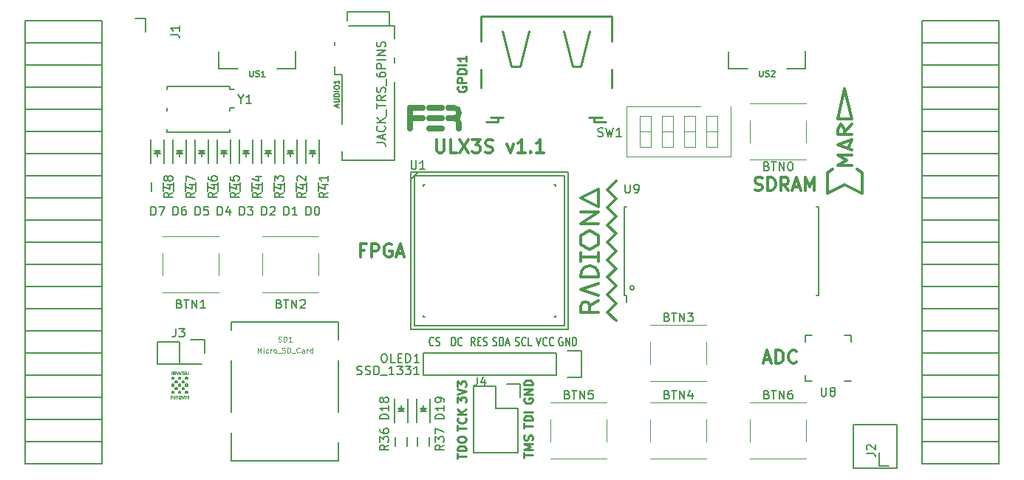
<source format=gto>
G04 #@! TF.FileFunction,Legend,Top*
%FSLAX46Y46*%
G04 Gerber Fmt 4.6, Leading zero omitted, Abs format (unit mm)*
G04 Created by KiCad (PCBNEW 4.0.7+dfsg1-1) date Thu Oct 12 15:58:27 2017*
%MOMM*%
%LPD*%
G01*
G04 APERTURE LIST*
%ADD10C,0.100000*%
%ADD11C,0.300000*%
%ADD12C,0.250000*%
%ADD13C,0.150000*%
%ADD14C,0.254000*%
%ADD15C,0.120000*%
%ADD16C,0.700000*%
%ADD17C,0.200000*%
%ADD18C,0.152400*%
%ADD19C,0.124460*%
%ADD20C,0.075000*%
G04 APERTURE END LIST*
D10*
D11*
X132442858Y-75076571D02*
X132442858Y-76290857D01*
X132514286Y-76433714D01*
X132585715Y-76505143D01*
X132728572Y-76576571D01*
X133014286Y-76576571D01*
X133157144Y-76505143D01*
X133228572Y-76433714D01*
X133300001Y-76290857D01*
X133300001Y-75076571D01*
X134728573Y-76576571D02*
X134014287Y-76576571D01*
X134014287Y-75076571D01*
X135085716Y-75076571D02*
X136085716Y-76576571D01*
X136085716Y-75076571D02*
X135085716Y-76576571D01*
X136514287Y-75076571D02*
X137442858Y-75076571D01*
X136942858Y-75648000D01*
X137157144Y-75648000D01*
X137300001Y-75719429D01*
X137371430Y-75790857D01*
X137442858Y-75933714D01*
X137442858Y-76290857D01*
X137371430Y-76433714D01*
X137300001Y-76505143D01*
X137157144Y-76576571D01*
X136728572Y-76576571D01*
X136585715Y-76505143D01*
X136514287Y-76433714D01*
X138014286Y-76505143D02*
X138228572Y-76576571D01*
X138585715Y-76576571D01*
X138728572Y-76505143D01*
X138800001Y-76433714D01*
X138871429Y-76290857D01*
X138871429Y-76148000D01*
X138800001Y-76005143D01*
X138728572Y-75933714D01*
X138585715Y-75862286D01*
X138300001Y-75790857D01*
X138157143Y-75719429D01*
X138085715Y-75648000D01*
X138014286Y-75505143D01*
X138014286Y-75362286D01*
X138085715Y-75219429D01*
X138157143Y-75148000D01*
X138300001Y-75076571D01*
X138657143Y-75076571D01*
X138871429Y-75148000D01*
X140514286Y-75576571D02*
X140871429Y-76576571D01*
X141228571Y-75576571D01*
X142585714Y-76576571D02*
X141728571Y-76576571D01*
X142157143Y-76576571D02*
X142157143Y-75076571D01*
X142014286Y-75290857D01*
X141871428Y-75433714D01*
X141728571Y-75505143D01*
X143228571Y-76433714D02*
X143299999Y-76505143D01*
X143228571Y-76576571D01*
X143157142Y-76505143D01*
X143228571Y-76433714D01*
X143228571Y-76576571D01*
X144728571Y-76576571D02*
X143871428Y-76576571D01*
X144300000Y-76576571D02*
X144300000Y-75076571D01*
X144157143Y-75290857D01*
X144014285Y-75433714D01*
X143871428Y-75505143D01*
X124175429Y-87728857D02*
X123675429Y-87728857D01*
X123675429Y-88514571D02*
X123675429Y-87014571D01*
X124389715Y-87014571D01*
X124961143Y-88514571D02*
X124961143Y-87014571D01*
X125532571Y-87014571D01*
X125675429Y-87086000D01*
X125746857Y-87157429D01*
X125818286Y-87300286D01*
X125818286Y-87514571D01*
X125746857Y-87657429D01*
X125675429Y-87728857D01*
X125532571Y-87800286D01*
X124961143Y-87800286D01*
X127246857Y-87086000D02*
X127104000Y-87014571D01*
X126889714Y-87014571D01*
X126675429Y-87086000D01*
X126532571Y-87228857D01*
X126461143Y-87371714D01*
X126389714Y-87657429D01*
X126389714Y-87871714D01*
X126461143Y-88157429D01*
X126532571Y-88300286D01*
X126675429Y-88443143D01*
X126889714Y-88514571D01*
X127032571Y-88514571D01*
X127246857Y-88443143D01*
X127318286Y-88371714D01*
X127318286Y-87871714D01*
X127032571Y-87871714D01*
X127889714Y-88086000D02*
X128604000Y-88086000D01*
X127746857Y-88514571D02*
X128246857Y-87014571D01*
X128746857Y-88514571D01*
X168903429Y-80823143D02*
X169117715Y-80894571D01*
X169474858Y-80894571D01*
X169617715Y-80823143D01*
X169689144Y-80751714D01*
X169760572Y-80608857D01*
X169760572Y-80466000D01*
X169689144Y-80323143D01*
X169617715Y-80251714D01*
X169474858Y-80180286D01*
X169189144Y-80108857D01*
X169046286Y-80037429D01*
X168974858Y-79966000D01*
X168903429Y-79823143D01*
X168903429Y-79680286D01*
X168974858Y-79537429D01*
X169046286Y-79466000D01*
X169189144Y-79394571D01*
X169546286Y-79394571D01*
X169760572Y-79466000D01*
X170403429Y-80894571D02*
X170403429Y-79394571D01*
X170760572Y-79394571D01*
X170974857Y-79466000D01*
X171117715Y-79608857D01*
X171189143Y-79751714D01*
X171260572Y-80037429D01*
X171260572Y-80251714D01*
X171189143Y-80537429D01*
X171117715Y-80680286D01*
X170974857Y-80823143D01*
X170760572Y-80894571D01*
X170403429Y-80894571D01*
X172760572Y-80894571D02*
X172260572Y-80180286D01*
X171903429Y-80894571D02*
X171903429Y-79394571D01*
X172474857Y-79394571D01*
X172617715Y-79466000D01*
X172689143Y-79537429D01*
X172760572Y-79680286D01*
X172760572Y-79894571D01*
X172689143Y-80037429D01*
X172617715Y-80108857D01*
X172474857Y-80180286D01*
X171903429Y-80180286D01*
X173332000Y-80466000D02*
X174046286Y-80466000D01*
X173189143Y-80894571D02*
X173689143Y-79394571D01*
X174189143Y-80894571D01*
X174689143Y-80894571D02*
X174689143Y-79394571D01*
X175189143Y-80466000D01*
X175689143Y-79394571D01*
X175689143Y-80894571D01*
X169966857Y-100278000D02*
X170681143Y-100278000D01*
X169824000Y-100706571D02*
X170324000Y-99206571D01*
X170824000Y-100706571D01*
X171324000Y-100706571D02*
X171324000Y-99206571D01*
X171681143Y-99206571D01*
X171895428Y-99278000D01*
X172038286Y-99420857D01*
X172109714Y-99563714D01*
X172181143Y-99849429D01*
X172181143Y-100063714D01*
X172109714Y-100349429D01*
X172038286Y-100492286D01*
X171895428Y-100635143D01*
X171681143Y-100706571D01*
X171324000Y-100706571D01*
X173681143Y-100563714D02*
X173609714Y-100635143D01*
X173395428Y-100706571D01*
X173252571Y-100706571D01*
X173038286Y-100635143D01*
X172895428Y-100492286D01*
X172824000Y-100349429D01*
X172752571Y-100063714D01*
X172752571Y-99849429D01*
X172824000Y-99563714D01*
X172895428Y-99420857D01*
X173038286Y-99278000D01*
X173252571Y-99206571D01*
X173395428Y-99206571D01*
X173609714Y-99278000D01*
X173681143Y-99349429D01*
D12*
X142447381Y-111521333D02*
X142447381Y-110949904D01*
X143447381Y-111235619D02*
X142447381Y-111235619D01*
X143447381Y-110616571D02*
X142447381Y-110616571D01*
X143161667Y-110283237D01*
X142447381Y-109949904D01*
X143447381Y-109949904D01*
X143399762Y-109521333D02*
X143447381Y-109378476D01*
X143447381Y-109140380D01*
X143399762Y-109045142D01*
X143352143Y-108997523D01*
X143256905Y-108949904D01*
X143161667Y-108949904D01*
X143066429Y-108997523D01*
X143018810Y-109045142D01*
X142971190Y-109140380D01*
X142923571Y-109330857D01*
X142875952Y-109426095D01*
X142828333Y-109473714D01*
X142733095Y-109521333D01*
X142637857Y-109521333D01*
X142542619Y-109473714D01*
X142495000Y-109426095D01*
X142447381Y-109330857D01*
X142447381Y-109092761D01*
X142495000Y-108949904D01*
X142447381Y-108163809D02*
X142447381Y-107592380D01*
X143447381Y-107878095D02*
X142447381Y-107878095D01*
X143447381Y-107259047D02*
X142447381Y-107259047D01*
X142447381Y-107020952D01*
X142495000Y-106878094D01*
X142590238Y-106782856D01*
X142685476Y-106735237D01*
X142875952Y-106687618D01*
X143018810Y-106687618D01*
X143209286Y-106735237D01*
X143304524Y-106782856D01*
X143399762Y-106878094D01*
X143447381Y-107020952D01*
X143447381Y-107259047D01*
X143447381Y-106259047D02*
X142447381Y-106259047D01*
X142495000Y-104726904D02*
X142447381Y-104822142D01*
X142447381Y-104964999D01*
X142495000Y-105107857D01*
X142590238Y-105203095D01*
X142685476Y-105250714D01*
X142875952Y-105298333D01*
X143018810Y-105298333D01*
X143209286Y-105250714D01*
X143304524Y-105203095D01*
X143399762Y-105107857D01*
X143447381Y-104964999D01*
X143447381Y-104869761D01*
X143399762Y-104726904D01*
X143352143Y-104679285D01*
X143018810Y-104679285D01*
X143018810Y-104869761D01*
X143447381Y-104250714D02*
X142447381Y-104250714D01*
X143447381Y-103679285D01*
X142447381Y-103679285D01*
X143447381Y-103203095D02*
X142447381Y-103203095D01*
X142447381Y-102965000D01*
X142495000Y-102822142D01*
X142590238Y-102726904D01*
X142685476Y-102679285D01*
X142875952Y-102631666D01*
X143018810Y-102631666D01*
X143209286Y-102679285D01*
X143304524Y-102726904D01*
X143399762Y-102822142D01*
X143447381Y-102965000D01*
X143447381Y-103203095D01*
X134827381Y-111624524D02*
X134827381Y-111053095D01*
X135827381Y-111338810D02*
X134827381Y-111338810D01*
X135827381Y-110719762D02*
X134827381Y-110719762D01*
X134827381Y-110481667D01*
X134875000Y-110338809D01*
X134970238Y-110243571D01*
X135065476Y-110195952D01*
X135255952Y-110148333D01*
X135398810Y-110148333D01*
X135589286Y-110195952D01*
X135684524Y-110243571D01*
X135779762Y-110338809D01*
X135827381Y-110481667D01*
X135827381Y-110719762D01*
X134827381Y-109529286D02*
X134827381Y-109338809D01*
X134875000Y-109243571D01*
X134970238Y-109148333D01*
X135160714Y-109100714D01*
X135494048Y-109100714D01*
X135684524Y-109148333D01*
X135779762Y-109243571D01*
X135827381Y-109338809D01*
X135827381Y-109529286D01*
X135779762Y-109624524D01*
X135684524Y-109719762D01*
X135494048Y-109767381D01*
X135160714Y-109767381D01*
X134970238Y-109719762D01*
X134875000Y-109624524D01*
X134827381Y-109529286D01*
X134827381Y-108425714D02*
X134827381Y-107854285D01*
X135827381Y-108140000D02*
X134827381Y-108140000D01*
X135732143Y-106949523D02*
X135779762Y-106997142D01*
X135827381Y-107139999D01*
X135827381Y-107235237D01*
X135779762Y-107378095D01*
X135684524Y-107473333D01*
X135589286Y-107520952D01*
X135398810Y-107568571D01*
X135255952Y-107568571D01*
X135065476Y-107520952D01*
X134970238Y-107473333D01*
X134875000Y-107378095D01*
X134827381Y-107235237D01*
X134827381Y-107139999D01*
X134875000Y-106997142D01*
X134922619Y-106949523D01*
X135827381Y-106520952D02*
X134827381Y-106520952D01*
X135827381Y-105949523D02*
X135255952Y-106378095D01*
X134827381Y-105949523D02*
X135398810Y-106520952D01*
X134827381Y-105203095D02*
X134827381Y-104584047D01*
X135208333Y-104917381D01*
X135208333Y-104774523D01*
X135255952Y-104679285D01*
X135303571Y-104631666D01*
X135398810Y-104584047D01*
X135636905Y-104584047D01*
X135732143Y-104631666D01*
X135779762Y-104679285D01*
X135827381Y-104774523D01*
X135827381Y-105060238D01*
X135779762Y-105155476D01*
X135732143Y-105203095D01*
X134827381Y-104298333D02*
X135827381Y-103965000D01*
X134827381Y-103631666D01*
X134827381Y-103393571D02*
X134827381Y-102774523D01*
X135208333Y-103107857D01*
X135208333Y-102964999D01*
X135255952Y-102869761D01*
X135303571Y-102822142D01*
X135398810Y-102774523D01*
X135636905Y-102774523D01*
X135732143Y-102822142D01*
X135779762Y-102869761D01*
X135827381Y-102964999D01*
X135827381Y-103250714D01*
X135779762Y-103345952D01*
X135732143Y-103393571D01*
D13*
X117480000Y-75060000D02*
X117480000Y-77760000D01*
X118980000Y-75060000D02*
X118980000Y-77760000D01*
X118080000Y-76560000D02*
X118330000Y-76560000D01*
X118330000Y-76560000D02*
X118180000Y-76410000D01*
X118580000Y-76310000D02*
X117880000Y-76310000D01*
X118230000Y-76660000D02*
X118230000Y-77010000D01*
X118230000Y-76310000D02*
X118580000Y-76660000D01*
X118580000Y-76660000D02*
X117880000Y-76660000D01*
X117880000Y-76660000D02*
X118230000Y-76310000D01*
X114940000Y-75060000D02*
X114940000Y-77760000D01*
X116440000Y-75060000D02*
X116440000Y-77760000D01*
X115540000Y-76560000D02*
X115790000Y-76560000D01*
X115790000Y-76560000D02*
X115640000Y-76410000D01*
X116040000Y-76310000D02*
X115340000Y-76310000D01*
X115690000Y-76660000D02*
X115690000Y-77010000D01*
X115690000Y-76310000D02*
X116040000Y-76660000D01*
X116040000Y-76660000D02*
X115340000Y-76660000D01*
X115340000Y-76660000D02*
X115690000Y-76310000D01*
X112400000Y-75060000D02*
X112400000Y-77760000D01*
X113900000Y-75060000D02*
X113900000Y-77760000D01*
X113000000Y-76560000D02*
X113250000Y-76560000D01*
X113250000Y-76560000D02*
X113100000Y-76410000D01*
X113500000Y-76310000D02*
X112800000Y-76310000D01*
X113150000Y-76660000D02*
X113150000Y-77010000D01*
X113150000Y-76310000D02*
X113500000Y-76660000D01*
X113500000Y-76660000D02*
X112800000Y-76660000D01*
X112800000Y-76660000D02*
X113150000Y-76310000D01*
X109860000Y-75060000D02*
X109860000Y-77760000D01*
X111360000Y-75060000D02*
X111360000Y-77760000D01*
X110460000Y-76560000D02*
X110710000Y-76560000D01*
X110710000Y-76560000D02*
X110560000Y-76410000D01*
X110960000Y-76310000D02*
X110260000Y-76310000D01*
X110610000Y-76660000D02*
X110610000Y-77010000D01*
X110610000Y-76310000D02*
X110960000Y-76660000D01*
X110960000Y-76660000D02*
X110260000Y-76660000D01*
X110260000Y-76660000D02*
X110610000Y-76310000D01*
X107320000Y-75060000D02*
X107320000Y-77760000D01*
X108820000Y-75060000D02*
X108820000Y-77760000D01*
X107920000Y-76560000D02*
X108170000Y-76560000D01*
X108170000Y-76560000D02*
X108020000Y-76410000D01*
X108420000Y-76310000D02*
X107720000Y-76310000D01*
X108070000Y-76660000D02*
X108070000Y-77010000D01*
X108070000Y-76310000D02*
X108420000Y-76660000D01*
X108420000Y-76660000D02*
X107720000Y-76660000D01*
X107720000Y-76660000D02*
X108070000Y-76310000D01*
X104780000Y-75060000D02*
X104780000Y-77760000D01*
X106280000Y-75060000D02*
X106280000Y-77760000D01*
X105380000Y-76560000D02*
X105630000Y-76560000D01*
X105630000Y-76560000D02*
X105480000Y-76410000D01*
X105880000Y-76310000D02*
X105180000Y-76310000D01*
X105530000Y-76660000D02*
X105530000Y-77010000D01*
X105530000Y-76310000D02*
X105880000Y-76660000D01*
X105880000Y-76660000D02*
X105180000Y-76660000D01*
X105180000Y-76660000D02*
X105530000Y-76310000D01*
X102240000Y-75060000D02*
X102240000Y-77760000D01*
X103740000Y-75060000D02*
X103740000Y-77760000D01*
X102840000Y-76560000D02*
X103090000Y-76560000D01*
X103090000Y-76560000D02*
X102940000Y-76410000D01*
X103340000Y-76310000D02*
X102640000Y-76310000D01*
X102990000Y-76660000D02*
X102990000Y-77010000D01*
X102990000Y-76310000D02*
X103340000Y-76660000D01*
X103340000Y-76660000D02*
X102640000Y-76660000D01*
X102640000Y-76660000D02*
X102990000Y-76310000D01*
X99700000Y-75060000D02*
X99700000Y-77760000D01*
X101200000Y-75060000D02*
X101200000Y-77760000D01*
X100300000Y-76560000D02*
X100550000Y-76560000D01*
X100550000Y-76560000D02*
X100400000Y-76410000D01*
X100800000Y-76310000D02*
X100100000Y-76310000D01*
X100450000Y-76660000D02*
X100450000Y-77010000D01*
X100450000Y-76310000D02*
X100800000Y-76660000D01*
X100800000Y-76660000D02*
X100100000Y-76660000D01*
X100100000Y-76660000D02*
X100450000Y-76310000D01*
X176180000Y-92880000D02*
X175980000Y-92880000D01*
X176180000Y-82720000D02*
X175980000Y-82720000D01*
X155080000Y-92050000D02*
G75*
G03X155080000Y-92050000I-250000J0D01*
G01*
X154180000Y-92880000D02*
X154180000Y-93700000D01*
X153980000Y-92880000D02*
X154180000Y-92880000D01*
X153980000Y-82720000D02*
X154180000Y-82720000D01*
X176190000Y-82720000D02*
X176190000Y-92880000D01*
X153970000Y-92880000D02*
X153970000Y-82720000D01*
X85270000Y-112220000D02*
X94100000Y-112220000D01*
X85270000Y-109680000D02*
X85270000Y-112220000D01*
X94100000Y-109680000D02*
X94100000Y-112220000D01*
X94100000Y-112220000D02*
X85270000Y-112220000D01*
X94100000Y-109680000D02*
X85270000Y-109680000D01*
X94100000Y-107140000D02*
X94100000Y-109680000D01*
X85270000Y-107140000D02*
X85270000Y-109680000D01*
X85270000Y-109680000D02*
X94100000Y-109680000D01*
X85270000Y-91900000D02*
X94100000Y-91900000D01*
X85270000Y-89360000D02*
X85270000Y-91900000D01*
X94100000Y-89360000D02*
X94100000Y-91900000D01*
X94100000Y-91900000D02*
X85270000Y-91900000D01*
X94100000Y-94440000D02*
X85270000Y-94440000D01*
X94100000Y-91900000D02*
X94100000Y-94440000D01*
X85270000Y-91900000D02*
X85270000Y-94440000D01*
X85270000Y-94440000D02*
X94100000Y-94440000D01*
X85270000Y-107140000D02*
X94100000Y-107140000D01*
X85270000Y-104600000D02*
X85270000Y-107140000D01*
X94100000Y-104600000D02*
X94100000Y-107140000D01*
X94100000Y-107140000D02*
X85270000Y-107140000D01*
X94100000Y-104600000D02*
X85270000Y-104600000D01*
X94100000Y-102060000D02*
X94100000Y-104600000D01*
X85270000Y-102060000D02*
X85270000Y-104600000D01*
X85270000Y-104600000D02*
X94100000Y-104600000D01*
X85270000Y-102060000D02*
X94100000Y-102060000D01*
X85270000Y-99520000D02*
X85270000Y-102060000D01*
X94100000Y-99520000D02*
X94100000Y-102060000D01*
X94100000Y-102060000D02*
X85270000Y-102060000D01*
X94100000Y-99520000D02*
X85270000Y-99520000D01*
X94100000Y-96980000D02*
X94100000Y-99520000D01*
X85270000Y-96980000D02*
X85270000Y-99520000D01*
X85270000Y-99520000D02*
X94100000Y-99520000D01*
X85270000Y-96980000D02*
X94100000Y-96980000D01*
X85270000Y-94440000D02*
X85270000Y-96980000D01*
X94100000Y-94440000D02*
X94100000Y-96980000D01*
X94100000Y-96980000D02*
X85270000Y-96980000D01*
X94100000Y-79200000D02*
X85270000Y-79200000D01*
X94100000Y-76660000D02*
X94100000Y-79200000D01*
X85270000Y-76660000D02*
X85270000Y-79200000D01*
X85270000Y-79200000D02*
X94100000Y-79200000D01*
X85270000Y-81740000D02*
X94100000Y-81740000D01*
X85270000Y-79200000D02*
X85270000Y-81740000D01*
X94100000Y-79200000D02*
X94100000Y-81740000D01*
X94100000Y-81740000D02*
X85270000Y-81740000D01*
X94100000Y-84280000D02*
X85270000Y-84280000D01*
X94100000Y-81740000D02*
X94100000Y-84280000D01*
X85270000Y-81740000D02*
X85270000Y-84280000D01*
X85270000Y-84280000D02*
X94100000Y-84280000D01*
X85270000Y-86820000D02*
X94100000Y-86820000D01*
X85270000Y-84280000D02*
X85270000Y-86820000D01*
X94100000Y-84280000D02*
X94100000Y-86820000D01*
X94100000Y-86820000D02*
X85270000Y-86820000D01*
X94100000Y-89360000D02*
X85270000Y-89360000D01*
X94100000Y-86820000D02*
X94100000Y-89360000D01*
X85270000Y-86820000D02*
X85270000Y-89360000D01*
X85270000Y-89360000D02*
X94100000Y-89360000D01*
X85270000Y-76660000D02*
X94100000Y-76660000D01*
X85270000Y-74120000D02*
X85270000Y-76660000D01*
X94100000Y-74120000D02*
X94100000Y-76660000D01*
X94100000Y-76660000D02*
X85270000Y-76660000D01*
X94100000Y-74120000D02*
X85270000Y-74120000D01*
X94100000Y-71580000D02*
X94100000Y-74120000D01*
X85270000Y-71580000D02*
X85270000Y-74120000D01*
X85270000Y-74120000D02*
X94100000Y-74120000D01*
X85270000Y-71580000D02*
X94100000Y-71580000D01*
X85270000Y-69040000D02*
X85270000Y-71580000D01*
X94100000Y-69040000D02*
X94100000Y-71580000D01*
X94100000Y-71580000D02*
X85270000Y-71580000D01*
X94100000Y-69040000D02*
X85270000Y-69040000D01*
X94100000Y-66500000D02*
X94100000Y-69040000D01*
X85270000Y-66500000D02*
X85270000Y-69040000D01*
X85270000Y-69040000D02*
X94100000Y-69040000D01*
X85270000Y-66500000D02*
X94100000Y-66500000D01*
X85270000Y-63960000D02*
X85270000Y-66500000D01*
X94100000Y-63960000D02*
X94100000Y-66500000D01*
X94100000Y-66500000D02*
X85270000Y-66500000D01*
X94100000Y-63960000D02*
X85270000Y-63960000D01*
X94100000Y-61420000D02*
X94100000Y-63960000D01*
X99060000Y-62690000D02*
X99060000Y-61140000D01*
X99060000Y-61140000D02*
X97910000Y-61140000D01*
X94100000Y-61420000D02*
X85270000Y-61420000D01*
X85270000Y-61420000D02*
X85270000Y-63960000D01*
X85270000Y-63960000D02*
X94100000Y-63960000D01*
X196910000Y-61420000D02*
X188080000Y-61420000D01*
X196910000Y-63960000D02*
X196910000Y-61420000D01*
X188080000Y-63960000D02*
X188080000Y-61420000D01*
X188080000Y-61420000D02*
X196910000Y-61420000D01*
X188080000Y-63960000D02*
X196910000Y-63960000D01*
X188080000Y-66500000D02*
X188080000Y-63960000D01*
X196910000Y-66500000D02*
X196910000Y-63960000D01*
X196910000Y-63960000D02*
X188080000Y-63960000D01*
X196910000Y-81740000D02*
X188080000Y-81740000D01*
X196910000Y-84280000D02*
X196910000Y-81740000D01*
X188080000Y-84280000D02*
X188080000Y-81740000D01*
X188080000Y-81740000D02*
X196910000Y-81740000D01*
X188080000Y-79200000D02*
X196910000Y-79200000D01*
X188080000Y-81740000D02*
X188080000Y-79200000D01*
X196910000Y-81740000D02*
X196910000Y-79200000D01*
X196910000Y-79200000D02*
X188080000Y-79200000D01*
X196910000Y-66500000D02*
X188080000Y-66500000D01*
X196910000Y-69040000D02*
X196910000Y-66500000D01*
X188080000Y-69040000D02*
X188080000Y-66500000D01*
X188080000Y-66500000D02*
X196910000Y-66500000D01*
X188080000Y-69040000D02*
X196910000Y-69040000D01*
X188080000Y-71580000D02*
X188080000Y-69040000D01*
X196910000Y-71580000D02*
X196910000Y-69040000D01*
X196910000Y-69040000D02*
X188080000Y-69040000D01*
X196910000Y-71580000D02*
X188080000Y-71580000D01*
X196910000Y-74120000D02*
X196910000Y-71580000D01*
X188080000Y-74120000D02*
X188080000Y-71580000D01*
X188080000Y-71580000D02*
X196910000Y-71580000D01*
X188080000Y-74120000D02*
X196910000Y-74120000D01*
X188080000Y-76660000D02*
X188080000Y-74120000D01*
X196910000Y-76660000D02*
X196910000Y-74120000D01*
X196910000Y-74120000D02*
X188080000Y-74120000D01*
X196910000Y-76660000D02*
X188080000Y-76660000D01*
X196910000Y-79200000D02*
X196910000Y-76660000D01*
X188080000Y-79200000D02*
X188080000Y-76660000D01*
X188080000Y-76660000D02*
X196910000Y-76660000D01*
X188080000Y-94440000D02*
X196910000Y-94440000D01*
X188080000Y-96980000D02*
X188080000Y-94440000D01*
X196910000Y-96980000D02*
X196910000Y-94440000D01*
X196910000Y-94440000D02*
X188080000Y-94440000D01*
X196910000Y-91900000D02*
X188080000Y-91900000D01*
X196910000Y-94440000D02*
X196910000Y-91900000D01*
X188080000Y-94440000D02*
X188080000Y-91900000D01*
X188080000Y-91900000D02*
X196910000Y-91900000D01*
X188080000Y-89360000D02*
X196910000Y-89360000D01*
X188080000Y-91900000D02*
X188080000Y-89360000D01*
X196910000Y-91900000D02*
X196910000Y-89360000D01*
X196910000Y-89360000D02*
X188080000Y-89360000D01*
X196910000Y-86820000D02*
X188080000Y-86820000D01*
X196910000Y-89360000D02*
X196910000Y-86820000D01*
X188080000Y-89360000D02*
X188080000Y-86820000D01*
X188080000Y-86820000D02*
X196910000Y-86820000D01*
X188080000Y-84280000D02*
X196910000Y-84280000D01*
X188080000Y-86820000D02*
X188080000Y-84280000D01*
X196910000Y-86820000D02*
X196910000Y-84280000D01*
X196910000Y-84280000D02*
X188080000Y-84280000D01*
X196910000Y-96980000D02*
X188080000Y-96980000D01*
X196910000Y-99520000D02*
X196910000Y-96980000D01*
X188080000Y-99520000D02*
X188080000Y-96980000D01*
X188080000Y-96980000D02*
X196910000Y-96980000D01*
X188080000Y-99520000D02*
X196910000Y-99520000D01*
X188080000Y-102060000D02*
X188080000Y-99520000D01*
X196910000Y-102060000D02*
X196910000Y-99520000D01*
X196910000Y-99520000D02*
X188080000Y-99520000D01*
X196910000Y-102060000D02*
X188080000Y-102060000D01*
X196910000Y-104600000D02*
X196910000Y-102060000D01*
X188080000Y-104600000D02*
X188080000Y-102060000D01*
X188080000Y-102060000D02*
X196910000Y-102060000D01*
X188080000Y-104600000D02*
X196910000Y-104600000D01*
X188080000Y-107140000D02*
X188080000Y-104600000D01*
X196910000Y-107140000D02*
X196910000Y-104600000D01*
X196910000Y-104600000D02*
X188080000Y-104600000D01*
X196910000Y-107140000D02*
X188080000Y-107140000D01*
X196910000Y-109680000D02*
X196910000Y-107140000D01*
X188080000Y-109680000D02*
X188080000Y-107140000D01*
X188080000Y-107140000D02*
X196910000Y-107140000D01*
X188080000Y-109680000D02*
X196910000Y-109680000D01*
X188080000Y-112220000D02*
X188080000Y-109680000D01*
X183120000Y-110950000D02*
X183120000Y-112500000D01*
X183120000Y-112500000D02*
X184270000Y-112500000D01*
X188080000Y-112220000D02*
X196910000Y-112220000D01*
X196910000Y-112220000D02*
X196910000Y-109680000D01*
X196910000Y-109680000D02*
X188080000Y-109680000D01*
X108724000Y-69280000D02*
X109274000Y-69280000D01*
X101524000Y-68980000D02*
X101524000Y-69280000D01*
X101524000Y-74180000D02*
X101524000Y-73880000D01*
X108724000Y-74180000D02*
X108724000Y-73880000D01*
X108724000Y-68980000D02*
X108724000Y-69280000D01*
X108724000Y-68980000D02*
X101524000Y-68980000D01*
X108724000Y-71380000D02*
X109274000Y-71380000D01*
X108724000Y-74180000D02*
X101524000Y-74180000D01*
X101524000Y-71380000D02*
X101524000Y-71780000D01*
X108724000Y-71380000D02*
X108724000Y-71780000D01*
X105810000Y-99520000D02*
X105810000Y-97970000D01*
X102990000Y-100790000D02*
X105530000Y-100790000D01*
X105810000Y-97970000D02*
X104260000Y-97970000D01*
X100450000Y-100790000D02*
X102990000Y-100790000D01*
X102990000Y-100790000D02*
X102990000Y-98250000D01*
X102990000Y-98250000D02*
X100450000Y-98250000D01*
X100450000Y-98250000D02*
X100450000Y-100790000D01*
X129140000Y-107470000D02*
X129140000Y-104770000D01*
X127640000Y-107470000D02*
X127640000Y-104770000D01*
X128540000Y-105970000D02*
X128290000Y-105970000D01*
X128290000Y-105970000D02*
X128440000Y-106120000D01*
X128040000Y-106220000D02*
X128740000Y-106220000D01*
X128390000Y-105870000D02*
X128390000Y-105520000D01*
X128390000Y-106220000D02*
X128040000Y-105870000D01*
X128040000Y-105870000D02*
X128740000Y-105870000D01*
X128740000Y-105870000D02*
X128390000Y-106220000D01*
X131680000Y-107470000D02*
X131680000Y-104770000D01*
X130180000Y-107470000D02*
X130180000Y-104770000D01*
X131080000Y-105970000D02*
X130830000Y-105970000D01*
X130830000Y-105970000D02*
X130980000Y-106120000D01*
X130580000Y-106220000D02*
X131280000Y-106220000D01*
X130930000Y-105870000D02*
X130930000Y-105520000D01*
X130930000Y-106220000D02*
X130580000Y-105870000D01*
X130580000Y-105870000D02*
X131280000Y-105870000D01*
X131280000Y-105870000D02*
X130930000Y-106220000D01*
X127715000Y-110180000D02*
X127715000Y-109180000D01*
X129065000Y-109180000D02*
X129065000Y-110180000D01*
X131605000Y-109180000D02*
X131605000Y-110180000D01*
X130255000Y-110180000D02*
X130255000Y-109180000D01*
X116280000Y-64925000D02*
X116280000Y-66925000D01*
X116280000Y-66925000D02*
X114130000Y-66925000D01*
X109630000Y-66925000D02*
X107480000Y-66925000D01*
X107480000Y-66925000D02*
X107480000Y-64975000D01*
X174700000Y-64925000D02*
X174700000Y-66925000D01*
X174700000Y-66925000D02*
X172550000Y-66925000D01*
X168050000Y-66925000D02*
X165900000Y-66925000D01*
X165900000Y-66925000D02*
X165900000Y-64975000D01*
X141725000Y-110950000D02*
X141725000Y-105870000D01*
X142005000Y-103050000D02*
X142005000Y-104600000D01*
X139185000Y-103330000D02*
X139185000Y-105870000D01*
X139185000Y-105870000D02*
X141725000Y-105870000D01*
X141725000Y-110950000D02*
X136645000Y-110950000D01*
X136645000Y-110950000D02*
X136645000Y-105870000D01*
X142005000Y-103050000D02*
X140455000Y-103050000D01*
X136645000Y-103330000D02*
X139185000Y-103330000D01*
X136645000Y-105870000D02*
X136645000Y-103330000D01*
X118905000Y-79970000D02*
X118905000Y-80970000D01*
X117555000Y-80970000D02*
X117555000Y-79970000D01*
X116365000Y-79970000D02*
X116365000Y-80970000D01*
X115015000Y-80970000D02*
X115015000Y-79970000D01*
X113825000Y-79970000D02*
X113825000Y-80970000D01*
X112475000Y-80970000D02*
X112475000Y-79970000D01*
X111285000Y-79970000D02*
X111285000Y-80970000D01*
X109935000Y-80970000D02*
X109935000Y-79970000D01*
X108745000Y-79970000D02*
X108745000Y-80970000D01*
X107395000Y-80970000D02*
X107395000Y-79970000D01*
X106205000Y-79970000D02*
X106205000Y-80970000D01*
X104855000Y-80970000D02*
X104855000Y-79970000D01*
X103665000Y-79970000D02*
X103665000Y-80970000D01*
X102315000Y-80970000D02*
X102315000Y-79970000D01*
X101125000Y-79970000D02*
X101125000Y-80970000D01*
X99775000Y-80970000D02*
X99775000Y-79970000D01*
X174660000Y-102780000D02*
X174660000Y-102030000D01*
X179910000Y-97530000D02*
X179910000Y-98280000D01*
X174660000Y-97530000D02*
X174660000Y-98280000D01*
X179910000Y-102780000D02*
X179160000Y-102780000D01*
X179910000Y-97530000D02*
X179160000Y-97530000D01*
X174660000Y-97530000D02*
X175410000Y-97530000D01*
X174660000Y-102780000D02*
X175410000Y-102780000D01*
X180180640Y-107700640D02*
X185179360Y-107700640D01*
X185179360Y-107700640D02*
X185179360Y-112699360D01*
X185179360Y-112699360D02*
X180180640Y-112699360D01*
X180180640Y-112699360D02*
X180180640Y-107700640D01*
X146170000Y-99520000D02*
X130930000Y-99520000D01*
X130930000Y-99520000D02*
X130930000Y-102060000D01*
X130930000Y-102060000D02*
X146170000Y-102060000D01*
X148990000Y-99240000D02*
X147440000Y-99240000D01*
X146170000Y-99520000D02*
X146170000Y-102060000D01*
X147440000Y-102340000D02*
X148990000Y-102340000D01*
X148990000Y-102340000D02*
X148990000Y-99240000D01*
X122180000Y-60440000D02*
X122180000Y-61440000D01*
X126980000Y-60440000D02*
X122180000Y-60440000D01*
X126980000Y-62040000D02*
X126980000Y-60440000D01*
X127580000Y-62040000D02*
X122380000Y-62040000D01*
X120780000Y-64240000D02*
X120780000Y-63840000D01*
X120780000Y-67640000D02*
X120780000Y-66640000D01*
X121580000Y-67640000D02*
X120780000Y-67640000D01*
X121580000Y-73240000D02*
X121580000Y-67640000D01*
X121580000Y-77440000D02*
X121580000Y-76440000D01*
X127580000Y-77440000D02*
X121580000Y-77440000D01*
X127580000Y-68440000D02*
X127580000Y-77440000D01*
X127580000Y-65640000D02*
X127580000Y-66240000D01*
X127580000Y-62040000D02*
X127580000Y-63440000D01*
D14*
X151378260Y-72548160D02*
X150479100Y-72548160D01*
X150479100Y-72548160D02*
X149879660Y-72548160D01*
X140080340Y-72548160D02*
X139480900Y-72548160D01*
X139480900Y-72548160D02*
X138581740Y-72548160D01*
X137481920Y-69149640D02*
X137481920Y-66998260D01*
X137481920Y-63800400D02*
X137481920Y-60892100D01*
X137481920Y-60892100D02*
X152478080Y-60892100D01*
X152478080Y-60892100D02*
X152478080Y-63800400D01*
X152478080Y-66998260D02*
X152478080Y-69149640D01*
X138106760Y-73048540D02*
X139480900Y-73048540D01*
X139480900Y-73048540D02*
X139480900Y-72548160D01*
X150479100Y-72548160D02*
X150479100Y-73048540D01*
X150479100Y-73048540D02*
X151865940Y-73048540D01*
X142981020Y-62632000D02*
X141980260Y-66632500D01*
X141980260Y-66632500D02*
X140982040Y-66632500D01*
X140982040Y-66632500D02*
X139981280Y-62632000D01*
X146978980Y-62632000D02*
X147979740Y-66632500D01*
X147979740Y-66632500D02*
X148977960Y-66632500D01*
X148977960Y-66632500D02*
X149978720Y-62632000D01*
D15*
X168340000Y-77350000D02*
X168340000Y-77320000D01*
X168340000Y-70890000D02*
X168340000Y-70920000D01*
X174800000Y-70890000D02*
X174800000Y-70920000D01*
X174800000Y-77320000D02*
X174800000Y-77350000D01*
X168340000Y-75420000D02*
X168340000Y-72820000D01*
X174800000Y-77350000D02*
X168340000Y-77350000D01*
X174800000Y-75420000D02*
X174800000Y-72820000D01*
X174800000Y-70890000D02*
X168340000Y-70890000D01*
X107490000Y-86130000D02*
X107490000Y-86160000D01*
X107490000Y-92590000D02*
X107490000Y-92560000D01*
X101030000Y-92590000D02*
X101030000Y-92560000D01*
X101030000Y-86160000D02*
X101030000Y-86130000D01*
X107490000Y-88060000D02*
X107490000Y-90660000D01*
X101030000Y-86130000D02*
X107490000Y-86130000D01*
X101030000Y-88060000D02*
X101030000Y-90660000D01*
X101030000Y-92590000D02*
X107490000Y-92590000D01*
X118920000Y-86130000D02*
X118920000Y-86160000D01*
X118920000Y-92590000D02*
X118920000Y-92560000D01*
X112460000Y-92590000D02*
X112460000Y-92560000D01*
X112460000Y-86160000D02*
X112460000Y-86130000D01*
X118920000Y-88060000D02*
X118920000Y-90660000D01*
X112460000Y-86130000D02*
X118920000Y-86130000D01*
X112460000Y-88060000D02*
X112460000Y-90660000D01*
X112460000Y-92590000D02*
X118920000Y-92590000D01*
X163370000Y-96290000D02*
X163370000Y-96320000D01*
X163370000Y-102750000D02*
X163370000Y-102720000D01*
X156910000Y-102750000D02*
X156910000Y-102720000D01*
X156910000Y-96320000D02*
X156910000Y-96290000D01*
X163370000Y-98220000D02*
X163370000Y-100820000D01*
X156910000Y-96290000D02*
X163370000Y-96290000D01*
X156910000Y-98220000D02*
X156910000Y-100820000D01*
X156910000Y-102750000D02*
X163370000Y-102750000D01*
X156910000Y-111640000D02*
X156910000Y-111610000D01*
X156910000Y-105180000D02*
X156910000Y-105210000D01*
X163370000Y-105180000D02*
X163370000Y-105210000D01*
X163370000Y-111610000D02*
X163370000Y-111640000D01*
X156910000Y-109710000D02*
X156910000Y-107110000D01*
X163370000Y-111640000D02*
X156910000Y-111640000D01*
X163370000Y-109710000D02*
X163370000Y-107110000D01*
X163370000Y-105180000D02*
X156910000Y-105180000D01*
X145480000Y-111640000D02*
X145480000Y-111610000D01*
X145480000Y-105180000D02*
X145480000Y-105210000D01*
X151940000Y-105180000D02*
X151940000Y-105210000D01*
X151940000Y-111610000D02*
X151940000Y-111640000D01*
X145480000Y-109710000D02*
X145480000Y-107110000D01*
X151940000Y-111640000D02*
X145480000Y-111640000D01*
X151940000Y-109710000D02*
X151940000Y-107110000D01*
X151940000Y-105180000D02*
X145480000Y-105180000D01*
X168340000Y-111640000D02*
X168340000Y-111610000D01*
X168340000Y-105180000D02*
X168340000Y-105210000D01*
X174800000Y-105180000D02*
X174800000Y-105210000D01*
X174800000Y-111610000D02*
X174800000Y-111640000D01*
X168340000Y-109710000D02*
X168340000Y-107110000D01*
X174800000Y-111640000D02*
X168340000Y-111640000D01*
X174800000Y-109710000D02*
X174800000Y-107110000D01*
X174800000Y-105180000D02*
X168340000Y-105180000D01*
X166120000Y-71275000D02*
X166120000Y-76965000D01*
X166120000Y-76965000D02*
X154160000Y-76965000D01*
X154160000Y-76965000D02*
X154160000Y-71275000D01*
X154160000Y-71275000D02*
X162680000Y-71275000D01*
X164585000Y-72310000D02*
X163315000Y-72310000D01*
X163315000Y-72310000D02*
X163315000Y-75930000D01*
X163315000Y-75930000D02*
X164585000Y-75930000D01*
X164585000Y-75930000D02*
X164585000Y-72310000D01*
X164585000Y-74120000D02*
X163315000Y-74120000D01*
X162045000Y-72310000D02*
X160775000Y-72310000D01*
X160775000Y-72310000D02*
X160775000Y-75930000D01*
X160775000Y-75930000D02*
X162045000Y-75930000D01*
X162045000Y-75930000D02*
X162045000Y-72310000D01*
X162045000Y-74120000D02*
X160775000Y-74120000D01*
X159505000Y-72310000D02*
X158235000Y-72310000D01*
X158235000Y-72310000D02*
X158235000Y-75930000D01*
X158235000Y-75930000D02*
X159505000Y-75930000D01*
X159505000Y-75930000D02*
X159505000Y-72310000D01*
X159505000Y-74120000D02*
X158235000Y-74120000D01*
X156965000Y-72310000D02*
X155695000Y-72310000D01*
X155695000Y-72310000D02*
X155695000Y-75930000D01*
X155695000Y-75930000D02*
X156965000Y-75930000D01*
X156965000Y-75930000D02*
X156965000Y-72310000D01*
X156965000Y-74120000D02*
X155695000Y-74120000D01*
D13*
X130880000Y-80200000D02*
X131080000Y-80200000D01*
X130880000Y-80400000D02*
X130880000Y-80200000D01*
X146080000Y-80200000D02*
X146080000Y-80400000D01*
X145880000Y-80200000D02*
X146080000Y-80200000D01*
X146080000Y-95400000D02*
X146080000Y-95200000D01*
X145880000Y-95400000D02*
X146080000Y-95400000D01*
X130880000Y-95400000D02*
X131080000Y-95400000D01*
X130880000Y-95200000D02*
X130880000Y-95400000D01*
X130280000Y-78800000D02*
X129480000Y-79600000D01*
X129480000Y-96800000D02*
X129480000Y-78800000D01*
X147480000Y-96800000D02*
X129480000Y-96800000D01*
X147480000Y-78800000D02*
X147480000Y-96800000D01*
X129480000Y-78800000D02*
X147480000Y-78800000D01*
X129880000Y-96400000D02*
X129880000Y-79200000D01*
X147080000Y-96400000D02*
X129880000Y-96400000D01*
X147080000Y-79200000D02*
X147080000Y-96400000D01*
X129880000Y-79200000D02*
X147080000Y-79200000D01*
X121205000Y-111915000D02*
X121205000Y-109765000D01*
X108905000Y-111915000D02*
X121205000Y-111915000D01*
X108905000Y-108665000D02*
X108905000Y-111915000D01*
X108905000Y-100365000D02*
X108905000Y-106265000D01*
X121205000Y-106265000D02*
X121205000Y-100365000D01*
X108905000Y-95965000D02*
X108905000Y-96865000D01*
X121205000Y-95965000D02*
X108905000Y-95965000D01*
X121205000Y-98015000D02*
X121205000Y-95965000D01*
D11*
X149980000Y-94836000D02*
X149980000Y-94136000D01*
X148980000Y-94836000D02*
X148980000Y-94136000D01*
X151980000Y-80836000D02*
X152980000Y-79836000D01*
X152980000Y-81836000D02*
X151980000Y-80836000D01*
X151980000Y-82836000D02*
X152980000Y-81836000D01*
X152980000Y-83836000D02*
X151980000Y-82836000D01*
X151980000Y-84836000D02*
X152980000Y-83836000D01*
X152980000Y-85836000D02*
X151980000Y-84836000D01*
X151980000Y-86836000D02*
X152980000Y-85836000D01*
X152980000Y-87836000D02*
X151980000Y-86836000D01*
X151980000Y-88836000D02*
X152980000Y-87836000D01*
X152980000Y-89836000D02*
X151980000Y-88836000D01*
X151980000Y-90836000D02*
X152980000Y-89836000D01*
X152980000Y-91836000D02*
X151980000Y-90836000D01*
X151980000Y-92836000D02*
X152980000Y-91836000D01*
X152980000Y-93836000D02*
X151980000Y-92836000D01*
X151980000Y-94836000D02*
X152980000Y-93836000D01*
X152980000Y-95836000D02*
X151980000Y-94836000D01*
X150980000Y-90836000D02*
X150980000Y-90536000D01*
X148980000Y-90836000D02*
X148980000Y-90536000D01*
X148980000Y-89036000D02*
X148980000Y-88036000D01*
X150980000Y-89036000D02*
X150980000Y-88036000D01*
X150980000Y-83336000D02*
X148980000Y-83336000D01*
X148980000Y-84736000D02*
X150980000Y-83336000D01*
X149980000Y-94136000D02*
X150980000Y-93536000D01*
X149980000Y-85436000D02*
X150980000Y-86036000D01*
X148980000Y-86036000D02*
X149980000Y-85436000D01*
X149980000Y-87636000D02*
X148980000Y-87036000D01*
X150980000Y-87036000D02*
X149980000Y-87636000D01*
X148980000Y-86036000D02*
X148980000Y-87036000D01*
X150980000Y-87036000D02*
X150980000Y-86036000D01*
X150980000Y-80736000D02*
X150980000Y-82736000D01*
X148980000Y-81736000D02*
X150980000Y-80736000D01*
X150980000Y-82736000D02*
X148980000Y-81736000D01*
X150980000Y-84736000D02*
X148980000Y-84736000D01*
X148980000Y-88536000D02*
X150980000Y-88536000D01*
X150980000Y-90536000D02*
G75*
G03X148980000Y-90536000I-1000000J0D01*
G01*
X150980000Y-90836000D02*
X148980000Y-90836000D01*
X148980000Y-92236000D02*
X150980000Y-91536000D01*
X150980000Y-92936000D02*
X148980000Y-92236000D01*
X149980000Y-94136000D02*
G75*
G03X148980000Y-94136000I-500000J0D01*
G01*
X150980000Y-94836000D02*
X148980000Y-94836000D01*
X178390000Y-76844000D02*
X179990000Y-76844000D01*
X179390000Y-77444000D02*
X178390000Y-76844000D01*
X178390000Y-78044000D02*
X179390000Y-77444000D01*
X179990000Y-78044000D02*
X178390000Y-78044000D01*
X181190000Y-78844000D02*
X180590000Y-78444000D01*
X177190000Y-78844000D02*
X177790000Y-78444000D01*
X177190000Y-81244000D02*
X177190000Y-78844000D01*
X179190000Y-69244000D02*
X178390000Y-72644000D01*
X179990000Y-72644000D02*
X179190000Y-69244000D01*
X178390000Y-72644000D02*
X179990000Y-72644000D01*
X179190000Y-74244000D02*
X179990000Y-73244000D01*
X179190000Y-73844000D02*
X179190000Y-74444000D01*
X178790000Y-73244000D02*
X179190000Y-73844000D01*
X178390000Y-73844000D02*
X178790000Y-73244000D01*
X178390000Y-74444000D02*
X178390000Y-73844000D01*
X178390000Y-74444000D02*
X179990000Y-74444000D01*
X179990000Y-75044000D02*
X179590000Y-76044000D01*
X178390000Y-75644000D02*
X179990000Y-75044000D01*
X179990000Y-76244000D02*
X178390000Y-75644000D01*
X181190000Y-81244000D02*
X181190000Y-78844000D01*
X179190000Y-80244000D02*
X181190000Y-81244000D01*
X177190000Y-81244000D02*
X179190000Y-80244000D01*
D16*
X135000000Y-73196000D02*
X135000000Y-73796000D01*
X135000000Y-73196000D02*
G75*
G03X134400000Y-72596000I-600000J0D01*
G01*
X134400000Y-72596000D02*
G75*
G03X134400000Y-71396000I0J600000D01*
G01*
X133800000Y-72596000D02*
X134400000Y-72596000D01*
X133800000Y-71396000D02*
X134400000Y-71396000D01*
X129400000Y-71396000D02*
X129400000Y-73796000D01*
X131600000Y-73796000D02*
X133000000Y-73796000D01*
X131600000Y-72596000D02*
X133000000Y-72596000D01*
X131600000Y-71396000D02*
X133000000Y-71396000D01*
X129400000Y-71396000D02*
X130800000Y-71396000D01*
X129400000Y-72596000D02*
X130800000Y-72596000D01*
D17*
X103890000Y-103903000D02*
X103690000Y-103903000D01*
X103890000Y-104103000D02*
X103890000Y-103903000D01*
X103690000Y-104103000D02*
X103890000Y-104103000D01*
X103690000Y-103903000D02*
X103690000Y-104103000D01*
X103090000Y-103903000D02*
X102890000Y-103903000D01*
X103090000Y-104103000D02*
X103090000Y-103903000D01*
X102890000Y-104103000D02*
X103090000Y-104103000D01*
X102890000Y-103903000D02*
X102890000Y-104103000D01*
X102090000Y-104103000D02*
X102090000Y-103903000D01*
X102290000Y-104103000D02*
X102090000Y-104103000D01*
X102290000Y-103903000D02*
X102290000Y-104103000D01*
X102090000Y-103903000D02*
X102290000Y-103903000D01*
X103290000Y-103703000D02*
X103290000Y-103503000D01*
X103490000Y-103703000D02*
X103290000Y-103703000D01*
X103490000Y-103503000D02*
X103490000Y-103703000D01*
X103290000Y-103503000D02*
X103490000Y-103503000D01*
X102490000Y-103703000D02*
X102490000Y-103503000D01*
X102690000Y-103703000D02*
X102490000Y-103703000D01*
X102690000Y-103503000D02*
X102690000Y-103703000D01*
X102490000Y-103503000D02*
X102690000Y-103503000D01*
X103890000Y-103103000D02*
X103690000Y-103103000D01*
X103890000Y-103303000D02*
X103890000Y-103103000D01*
X103690000Y-103303000D02*
X103890000Y-103303000D01*
X103690000Y-103103000D02*
X103690000Y-103303000D01*
X103090000Y-103103000D02*
X102890000Y-103103000D01*
X103090000Y-103303000D02*
X103090000Y-103103000D01*
X102890000Y-103303000D02*
X103090000Y-103303000D01*
X102890000Y-103103000D02*
X102890000Y-103303000D01*
X102090000Y-103303000D02*
X102090000Y-103103000D01*
X102290000Y-103303000D02*
X102090000Y-103303000D01*
X102290000Y-103103000D02*
X102290000Y-103303000D01*
X102090000Y-103103000D02*
X102290000Y-103103000D01*
X103490000Y-102703000D02*
X103290000Y-102703000D01*
X103490000Y-102903000D02*
X103490000Y-102703000D01*
X103290000Y-102903000D02*
X103490000Y-102903000D01*
X103290000Y-102703000D02*
X103290000Y-102903000D01*
X102690000Y-102703000D02*
X102490000Y-102703000D01*
X102690000Y-102903000D02*
X102690000Y-102703000D01*
X102490000Y-102903000D02*
X102690000Y-102903000D01*
X102490000Y-102703000D02*
X102490000Y-102903000D01*
X103890000Y-102303000D02*
X103690000Y-102303000D01*
X103890000Y-102503000D02*
X103890000Y-102303000D01*
X103690000Y-102503000D02*
X103890000Y-102503000D01*
X103690000Y-102303000D02*
X103690000Y-102503000D01*
X102890000Y-102503000D02*
X102890000Y-102303000D01*
X103090000Y-102503000D02*
X102890000Y-102503000D01*
X103090000Y-102303000D02*
X103090000Y-102503000D01*
X102890000Y-102303000D02*
X103090000Y-102303000D01*
X102090000Y-102503000D02*
X102090000Y-102303000D01*
X102290000Y-102503000D02*
X102090000Y-102503000D01*
X102290000Y-102303000D02*
X102290000Y-102503000D01*
X102090000Y-102303000D02*
X102290000Y-102303000D01*
D13*
X117491905Y-83716381D02*
X117491905Y-82716381D01*
X117730000Y-82716381D01*
X117872858Y-82764000D01*
X117968096Y-82859238D01*
X118015715Y-82954476D01*
X118063334Y-83144952D01*
X118063334Y-83287810D01*
X118015715Y-83478286D01*
X117968096Y-83573524D01*
X117872858Y-83668762D01*
X117730000Y-83716381D01*
X117491905Y-83716381D01*
X118682381Y-82716381D02*
X118777620Y-82716381D01*
X118872858Y-82764000D01*
X118920477Y-82811619D01*
X118968096Y-82906857D01*
X119015715Y-83097333D01*
X119015715Y-83335429D01*
X118968096Y-83525905D01*
X118920477Y-83621143D01*
X118872858Y-83668762D01*
X118777620Y-83716381D01*
X118682381Y-83716381D01*
X118587143Y-83668762D01*
X118539524Y-83621143D01*
X118491905Y-83525905D01*
X118444286Y-83335429D01*
X118444286Y-83097333D01*
X118491905Y-82906857D01*
X118539524Y-82811619D01*
X118587143Y-82764000D01*
X118682381Y-82716381D01*
X114951905Y-83716381D02*
X114951905Y-82716381D01*
X115190000Y-82716381D01*
X115332858Y-82764000D01*
X115428096Y-82859238D01*
X115475715Y-82954476D01*
X115523334Y-83144952D01*
X115523334Y-83287810D01*
X115475715Y-83478286D01*
X115428096Y-83573524D01*
X115332858Y-83668762D01*
X115190000Y-83716381D01*
X114951905Y-83716381D01*
X116475715Y-83716381D02*
X115904286Y-83716381D01*
X116190000Y-83716381D02*
X116190000Y-82716381D01*
X116094762Y-82859238D01*
X115999524Y-82954476D01*
X115904286Y-83002095D01*
X112411905Y-83716381D02*
X112411905Y-82716381D01*
X112650000Y-82716381D01*
X112792858Y-82764000D01*
X112888096Y-82859238D01*
X112935715Y-82954476D01*
X112983334Y-83144952D01*
X112983334Y-83287810D01*
X112935715Y-83478286D01*
X112888096Y-83573524D01*
X112792858Y-83668762D01*
X112650000Y-83716381D01*
X112411905Y-83716381D01*
X113364286Y-82811619D02*
X113411905Y-82764000D01*
X113507143Y-82716381D01*
X113745239Y-82716381D01*
X113840477Y-82764000D01*
X113888096Y-82811619D01*
X113935715Y-82906857D01*
X113935715Y-83002095D01*
X113888096Y-83144952D01*
X113316667Y-83716381D01*
X113935715Y-83716381D01*
X109871905Y-83716381D02*
X109871905Y-82716381D01*
X110110000Y-82716381D01*
X110252858Y-82764000D01*
X110348096Y-82859238D01*
X110395715Y-82954476D01*
X110443334Y-83144952D01*
X110443334Y-83287810D01*
X110395715Y-83478286D01*
X110348096Y-83573524D01*
X110252858Y-83668762D01*
X110110000Y-83716381D01*
X109871905Y-83716381D01*
X110776667Y-82716381D02*
X111395715Y-82716381D01*
X111062381Y-83097333D01*
X111205239Y-83097333D01*
X111300477Y-83144952D01*
X111348096Y-83192571D01*
X111395715Y-83287810D01*
X111395715Y-83525905D01*
X111348096Y-83621143D01*
X111300477Y-83668762D01*
X111205239Y-83716381D01*
X110919524Y-83716381D01*
X110824286Y-83668762D01*
X110776667Y-83621143D01*
X107331905Y-83716381D02*
X107331905Y-82716381D01*
X107570000Y-82716381D01*
X107712858Y-82764000D01*
X107808096Y-82859238D01*
X107855715Y-82954476D01*
X107903334Y-83144952D01*
X107903334Y-83287810D01*
X107855715Y-83478286D01*
X107808096Y-83573524D01*
X107712858Y-83668762D01*
X107570000Y-83716381D01*
X107331905Y-83716381D01*
X108760477Y-83049714D02*
X108760477Y-83716381D01*
X108522381Y-82668762D02*
X108284286Y-83383048D01*
X108903334Y-83383048D01*
X104791905Y-83716381D02*
X104791905Y-82716381D01*
X105030000Y-82716381D01*
X105172858Y-82764000D01*
X105268096Y-82859238D01*
X105315715Y-82954476D01*
X105363334Y-83144952D01*
X105363334Y-83287810D01*
X105315715Y-83478286D01*
X105268096Y-83573524D01*
X105172858Y-83668762D01*
X105030000Y-83716381D01*
X104791905Y-83716381D01*
X106268096Y-82716381D02*
X105791905Y-82716381D01*
X105744286Y-83192571D01*
X105791905Y-83144952D01*
X105887143Y-83097333D01*
X106125239Y-83097333D01*
X106220477Y-83144952D01*
X106268096Y-83192571D01*
X106315715Y-83287810D01*
X106315715Y-83525905D01*
X106268096Y-83621143D01*
X106220477Y-83668762D01*
X106125239Y-83716381D01*
X105887143Y-83716381D01*
X105791905Y-83668762D01*
X105744286Y-83621143D01*
X102251905Y-83716381D02*
X102251905Y-82716381D01*
X102490000Y-82716381D01*
X102632858Y-82764000D01*
X102728096Y-82859238D01*
X102775715Y-82954476D01*
X102823334Y-83144952D01*
X102823334Y-83287810D01*
X102775715Y-83478286D01*
X102728096Y-83573524D01*
X102632858Y-83668762D01*
X102490000Y-83716381D01*
X102251905Y-83716381D01*
X103680477Y-82716381D02*
X103490000Y-82716381D01*
X103394762Y-82764000D01*
X103347143Y-82811619D01*
X103251905Y-82954476D01*
X103204286Y-83144952D01*
X103204286Y-83525905D01*
X103251905Y-83621143D01*
X103299524Y-83668762D01*
X103394762Y-83716381D01*
X103585239Y-83716381D01*
X103680477Y-83668762D01*
X103728096Y-83621143D01*
X103775715Y-83525905D01*
X103775715Y-83287810D01*
X103728096Y-83192571D01*
X103680477Y-83144952D01*
X103585239Y-83097333D01*
X103394762Y-83097333D01*
X103299524Y-83144952D01*
X103251905Y-83192571D01*
X103204286Y-83287810D01*
X99711905Y-83716381D02*
X99711905Y-82716381D01*
X99950000Y-82716381D01*
X100092858Y-82764000D01*
X100188096Y-82859238D01*
X100235715Y-82954476D01*
X100283334Y-83144952D01*
X100283334Y-83287810D01*
X100235715Y-83478286D01*
X100188096Y-83573524D01*
X100092858Y-83668762D01*
X99950000Y-83716381D01*
X99711905Y-83716381D01*
X100616667Y-82716381D02*
X101283334Y-82716381D01*
X100854762Y-83716381D01*
X154044095Y-80176381D02*
X154044095Y-80985905D01*
X154091714Y-81081143D01*
X154139333Y-81128762D01*
X154234571Y-81176381D01*
X154425048Y-81176381D01*
X154520286Y-81128762D01*
X154567905Y-81081143D01*
X154615524Y-80985905D01*
X154615524Y-80176381D01*
X155139333Y-81176381D02*
X155329809Y-81176381D01*
X155425048Y-81128762D01*
X155472667Y-81081143D01*
X155567905Y-80938286D01*
X155615524Y-80747810D01*
X155615524Y-80366857D01*
X155567905Y-80271619D01*
X155520286Y-80224000D01*
X155425048Y-80176381D01*
X155234571Y-80176381D01*
X155139333Y-80224000D01*
X155091714Y-80271619D01*
X155044095Y-80366857D01*
X155044095Y-80604952D01*
X155091714Y-80700190D01*
X155139333Y-80747810D01*
X155234571Y-80795429D01*
X155425048Y-80795429D01*
X155520286Y-80747810D01*
X155567905Y-80700190D01*
X155615524Y-80604952D01*
X101962381Y-63023333D02*
X102676667Y-63023333D01*
X102819524Y-63070953D01*
X102914762Y-63166191D01*
X102962381Y-63309048D01*
X102962381Y-63404286D01*
X102962381Y-62023333D02*
X102962381Y-62594762D01*
X102962381Y-62309048D02*
X101962381Y-62309048D01*
X102105238Y-62404286D01*
X102200476Y-62499524D01*
X102248095Y-62594762D01*
X181690381Y-111029333D02*
X182404667Y-111029333D01*
X182547524Y-111076953D01*
X182642762Y-111172191D01*
X182690381Y-111315048D01*
X182690381Y-111410286D01*
X181785619Y-110600762D02*
X181738000Y-110553143D01*
X181690381Y-110457905D01*
X181690381Y-110219809D01*
X181738000Y-110124571D01*
X181785619Y-110076952D01*
X181880857Y-110029333D01*
X181976095Y-110029333D01*
X182118952Y-110076952D01*
X182690381Y-110648381D01*
X182690381Y-110029333D01*
X110006809Y-70413190D02*
X110006809Y-70889381D01*
X109673476Y-69889381D02*
X110006809Y-70413190D01*
X110340143Y-69889381D01*
X111197286Y-70889381D02*
X110625857Y-70889381D01*
X110911571Y-70889381D02*
X110911571Y-69889381D01*
X110816333Y-70032238D01*
X110721095Y-70127476D01*
X110625857Y-70175095D01*
X102529667Y-96686381D02*
X102529667Y-97400667D01*
X102482047Y-97543524D01*
X102386809Y-97638762D01*
X102243952Y-97686381D01*
X102148714Y-97686381D01*
X102910619Y-96686381D02*
X103529667Y-96686381D01*
X103196333Y-97067333D01*
X103339191Y-97067333D01*
X103434429Y-97114952D01*
X103482048Y-97162571D01*
X103529667Y-97257810D01*
X103529667Y-97495905D01*
X103482048Y-97591143D01*
X103434429Y-97638762D01*
X103339191Y-97686381D01*
X103053476Y-97686381D01*
X102958238Y-97638762D01*
X102910619Y-97591143D01*
X126937381Y-107084286D02*
X125937381Y-107084286D01*
X125937381Y-106846191D01*
X125985000Y-106703333D01*
X126080238Y-106608095D01*
X126175476Y-106560476D01*
X126365952Y-106512857D01*
X126508810Y-106512857D01*
X126699286Y-106560476D01*
X126794524Y-106608095D01*
X126889762Y-106703333D01*
X126937381Y-106846191D01*
X126937381Y-107084286D01*
X126937381Y-105560476D02*
X126937381Y-106131905D01*
X126937381Y-105846191D02*
X125937381Y-105846191D01*
X126080238Y-105941429D01*
X126175476Y-106036667D01*
X126223095Y-106131905D01*
X126365952Y-104989048D02*
X126318333Y-105084286D01*
X126270714Y-105131905D01*
X126175476Y-105179524D01*
X126127857Y-105179524D01*
X126032619Y-105131905D01*
X125985000Y-105084286D01*
X125937381Y-104989048D01*
X125937381Y-104798571D01*
X125985000Y-104703333D01*
X126032619Y-104655714D01*
X126127857Y-104608095D01*
X126175476Y-104608095D01*
X126270714Y-104655714D01*
X126318333Y-104703333D01*
X126365952Y-104798571D01*
X126365952Y-104989048D01*
X126413571Y-105084286D01*
X126461190Y-105131905D01*
X126556429Y-105179524D01*
X126746905Y-105179524D01*
X126842143Y-105131905D01*
X126889762Y-105084286D01*
X126937381Y-104989048D01*
X126937381Y-104798571D01*
X126889762Y-104703333D01*
X126842143Y-104655714D01*
X126746905Y-104608095D01*
X126556429Y-104608095D01*
X126461190Y-104655714D01*
X126413571Y-104703333D01*
X126365952Y-104798571D01*
X133287381Y-107084286D02*
X132287381Y-107084286D01*
X132287381Y-106846191D01*
X132335000Y-106703333D01*
X132430238Y-106608095D01*
X132525476Y-106560476D01*
X132715952Y-106512857D01*
X132858810Y-106512857D01*
X133049286Y-106560476D01*
X133144524Y-106608095D01*
X133239762Y-106703333D01*
X133287381Y-106846191D01*
X133287381Y-107084286D01*
X133287381Y-105560476D02*
X133287381Y-106131905D01*
X133287381Y-105846191D02*
X132287381Y-105846191D01*
X132430238Y-105941429D01*
X132525476Y-106036667D01*
X132573095Y-106131905D01*
X133287381Y-105084286D02*
X133287381Y-104893810D01*
X133239762Y-104798571D01*
X133192143Y-104750952D01*
X133049286Y-104655714D01*
X132858810Y-104608095D01*
X132477857Y-104608095D01*
X132382619Y-104655714D01*
X132335000Y-104703333D01*
X132287381Y-104798571D01*
X132287381Y-104989048D01*
X132335000Y-105084286D01*
X132382619Y-105131905D01*
X132477857Y-105179524D01*
X132715952Y-105179524D01*
X132811190Y-105131905D01*
X132858810Y-105084286D01*
X132906429Y-104989048D01*
X132906429Y-104798571D01*
X132858810Y-104703333D01*
X132811190Y-104655714D01*
X132715952Y-104608095D01*
X126937381Y-110068857D02*
X126461190Y-110402191D01*
X126937381Y-110640286D02*
X125937381Y-110640286D01*
X125937381Y-110259333D01*
X125985000Y-110164095D01*
X126032619Y-110116476D01*
X126127857Y-110068857D01*
X126270714Y-110068857D01*
X126365952Y-110116476D01*
X126413571Y-110164095D01*
X126461190Y-110259333D01*
X126461190Y-110640286D01*
X125937381Y-109735524D02*
X125937381Y-109116476D01*
X126318333Y-109449810D01*
X126318333Y-109306952D01*
X126365952Y-109211714D01*
X126413571Y-109164095D01*
X126508810Y-109116476D01*
X126746905Y-109116476D01*
X126842143Y-109164095D01*
X126889762Y-109211714D01*
X126937381Y-109306952D01*
X126937381Y-109592667D01*
X126889762Y-109687905D01*
X126842143Y-109735524D01*
X125937381Y-108259333D02*
X125937381Y-108449810D01*
X125985000Y-108545048D01*
X126032619Y-108592667D01*
X126175476Y-108687905D01*
X126365952Y-108735524D01*
X126746905Y-108735524D01*
X126842143Y-108687905D01*
X126889762Y-108640286D01*
X126937381Y-108545048D01*
X126937381Y-108354571D01*
X126889762Y-108259333D01*
X126842143Y-108211714D01*
X126746905Y-108164095D01*
X126508810Y-108164095D01*
X126413571Y-108211714D01*
X126365952Y-108259333D01*
X126318333Y-108354571D01*
X126318333Y-108545048D01*
X126365952Y-108640286D01*
X126413571Y-108687905D01*
X126508810Y-108735524D01*
X133287381Y-110068857D02*
X132811190Y-110402191D01*
X133287381Y-110640286D02*
X132287381Y-110640286D01*
X132287381Y-110259333D01*
X132335000Y-110164095D01*
X132382619Y-110116476D01*
X132477857Y-110068857D01*
X132620714Y-110068857D01*
X132715952Y-110116476D01*
X132763571Y-110164095D01*
X132811190Y-110259333D01*
X132811190Y-110640286D01*
X132287381Y-109735524D02*
X132287381Y-109116476D01*
X132668333Y-109449810D01*
X132668333Y-109306952D01*
X132715952Y-109211714D01*
X132763571Y-109164095D01*
X132858810Y-109116476D01*
X133096905Y-109116476D01*
X133192143Y-109164095D01*
X133239762Y-109211714D01*
X133287381Y-109306952D01*
X133287381Y-109592667D01*
X133239762Y-109687905D01*
X133192143Y-109735524D01*
X132287381Y-108783143D02*
X132287381Y-108116476D01*
X133287381Y-108545048D01*
X111013334Y-67141667D02*
X111013334Y-67708333D01*
X111046667Y-67775000D01*
X111080000Y-67808333D01*
X111146667Y-67841667D01*
X111280000Y-67841667D01*
X111346667Y-67808333D01*
X111380000Y-67775000D01*
X111413334Y-67708333D01*
X111413334Y-67141667D01*
X111713333Y-67808333D02*
X111813333Y-67841667D01*
X111980000Y-67841667D01*
X112046667Y-67808333D01*
X112080000Y-67775000D01*
X112113333Y-67708333D01*
X112113333Y-67641667D01*
X112080000Y-67575000D01*
X112046667Y-67541667D01*
X111980000Y-67508333D01*
X111846667Y-67475000D01*
X111780000Y-67441667D01*
X111746667Y-67408333D01*
X111713333Y-67341667D01*
X111713333Y-67275000D01*
X111746667Y-67208333D01*
X111780000Y-67175000D01*
X111846667Y-67141667D01*
X112013333Y-67141667D01*
X112113333Y-67175000D01*
X112780000Y-67841667D02*
X112380000Y-67841667D01*
X112580000Y-67841667D02*
X112580000Y-67141667D01*
X112513334Y-67241667D01*
X112446667Y-67308333D01*
X112380000Y-67341667D01*
X169433334Y-67141667D02*
X169433334Y-67708333D01*
X169466667Y-67775000D01*
X169500000Y-67808333D01*
X169566667Y-67841667D01*
X169700000Y-67841667D01*
X169766667Y-67808333D01*
X169800000Y-67775000D01*
X169833334Y-67708333D01*
X169833334Y-67141667D01*
X170133333Y-67808333D02*
X170233333Y-67841667D01*
X170400000Y-67841667D01*
X170466667Y-67808333D01*
X170500000Y-67775000D01*
X170533333Y-67708333D01*
X170533333Y-67641667D01*
X170500000Y-67575000D01*
X170466667Y-67541667D01*
X170400000Y-67508333D01*
X170266667Y-67475000D01*
X170200000Y-67441667D01*
X170166667Y-67408333D01*
X170133333Y-67341667D01*
X170133333Y-67275000D01*
X170166667Y-67208333D01*
X170200000Y-67175000D01*
X170266667Y-67141667D01*
X170433333Y-67141667D01*
X170533333Y-67175000D01*
X170800000Y-67208333D02*
X170833334Y-67175000D01*
X170900000Y-67141667D01*
X171066667Y-67141667D01*
X171133334Y-67175000D01*
X171166667Y-67208333D01*
X171200000Y-67275000D01*
X171200000Y-67341667D01*
X171166667Y-67441667D01*
X170766667Y-67841667D01*
X171200000Y-67841667D01*
X137073667Y-102274381D02*
X137073667Y-102988667D01*
X137026047Y-103131524D01*
X136930809Y-103226762D01*
X136787952Y-103274381D01*
X136692714Y-103274381D01*
X137978429Y-102607714D02*
X137978429Y-103274381D01*
X137740333Y-102226762D02*
X137502238Y-102941048D01*
X138121286Y-102941048D01*
X119952381Y-81112857D02*
X119476190Y-81446191D01*
X119952381Y-81684286D02*
X118952381Y-81684286D01*
X118952381Y-81303333D01*
X119000000Y-81208095D01*
X119047619Y-81160476D01*
X119142857Y-81112857D01*
X119285714Y-81112857D01*
X119380952Y-81160476D01*
X119428571Y-81208095D01*
X119476190Y-81303333D01*
X119476190Y-81684286D01*
X119285714Y-80255714D02*
X119952381Y-80255714D01*
X118904762Y-80493810D02*
X119619048Y-80731905D01*
X119619048Y-80112857D01*
X119952381Y-79208095D02*
X119952381Y-79779524D01*
X119952381Y-79493810D02*
X118952381Y-79493810D01*
X119095238Y-79589048D01*
X119190476Y-79684286D01*
X119238095Y-79779524D01*
X117412381Y-81112857D02*
X116936190Y-81446191D01*
X117412381Y-81684286D02*
X116412381Y-81684286D01*
X116412381Y-81303333D01*
X116460000Y-81208095D01*
X116507619Y-81160476D01*
X116602857Y-81112857D01*
X116745714Y-81112857D01*
X116840952Y-81160476D01*
X116888571Y-81208095D01*
X116936190Y-81303333D01*
X116936190Y-81684286D01*
X116745714Y-80255714D02*
X117412381Y-80255714D01*
X116364762Y-80493810D02*
X117079048Y-80731905D01*
X117079048Y-80112857D01*
X116507619Y-79779524D02*
X116460000Y-79731905D01*
X116412381Y-79636667D01*
X116412381Y-79398571D01*
X116460000Y-79303333D01*
X116507619Y-79255714D01*
X116602857Y-79208095D01*
X116698095Y-79208095D01*
X116840952Y-79255714D01*
X117412381Y-79827143D01*
X117412381Y-79208095D01*
X114872381Y-81112857D02*
X114396190Y-81446191D01*
X114872381Y-81684286D02*
X113872381Y-81684286D01*
X113872381Y-81303333D01*
X113920000Y-81208095D01*
X113967619Y-81160476D01*
X114062857Y-81112857D01*
X114205714Y-81112857D01*
X114300952Y-81160476D01*
X114348571Y-81208095D01*
X114396190Y-81303333D01*
X114396190Y-81684286D01*
X114205714Y-80255714D02*
X114872381Y-80255714D01*
X113824762Y-80493810D02*
X114539048Y-80731905D01*
X114539048Y-80112857D01*
X113872381Y-79827143D02*
X113872381Y-79208095D01*
X114253333Y-79541429D01*
X114253333Y-79398571D01*
X114300952Y-79303333D01*
X114348571Y-79255714D01*
X114443810Y-79208095D01*
X114681905Y-79208095D01*
X114777143Y-79255714D01*
X114824762Y-79303333D01*
X114872381Y-79398571D01*
X114872381Y-79684286D01*
X114824762Y-79779524D01*
X114777143Y-79827143D01*
X112332381Y-81112857D02*
X111856190Y-81446191D01*
X112332381Y-81684286D02*
X111332381Y-81684286D01*
X111332381Y-81303333D01*
X111380000Y-81208095D01*
X111427619Y-81160476D01*
X111522857Y-81112857D01*
X111665714Y-81112857D01*
X111760952Y-81160476D01*
X111808571Y-81208095D01*
X111856190Y-81303333D01*
X111856190Y-81684286D01*
X111665714Y-80255714D02*
X112332381Y-80255714D01*
X111284762Y-80493810D02*
X111999048Y-80731905D01*
X111999048Y-80112857D01*
X111665714Y-79303333D02*
X112332381Y-79303333D01*
X111284762Y-79541429D02*
X111999048Y-79779524D01*
X111999048Y-79160476D01*
X109792381Y-81112857D02*
X109316190Y-81446191D01*
X109792381Y-81684286D02*
X108792381Y-81684286D01*
X108792381Y-81303333D01*
X108840000Y-81208095D01*
X108887619Y-81160476D01*
X108982857Y-81112857D01*
X109125714Y-81112857D01*
X109220952Y-81160476D01*
X109268571Y-81208095D01*
X109316190Y-81303333D01*
X109316190Y-81684286D01*
X109125714Y-80255714D02*
X109792381Y-80255714D01*
X108744762Y-80493810D02*
X109459048Y-80731905D01*
X109459048Y-80112857D01*
X108792381Y-79255714D02*
X108792381Y-79731905D01*
X109268571Y-79779524D01*
X109220952Y-79731905D01*
X109173333Y-79636667D01*
X109173333Y-79398571D01*
X109220952Y-79303333D01*
X109268571Y-79255714D01*
X109363810Y-79208095D01*
X109601905Y-79208095D01*
X109697143Y-79255714D01*
X109744762Y-79303333D01*
X109792381Y-79398571D01*
X109792381Y-79636667D01*
X109744762Y-79731905D01*
X109697143Y-79779524D01*
X107252381Y-81112857D02*
X106776190Y-81446191D01*
X107252381Y-81684286D02*
X106252381Y-81684286D01*
X106252381Y-81303333D01*
X106300000Y-81208095D01*
X106347619Y-81160476D01*
X106442857Y-81112857D01*
X106585714Y-81112857D01*
X106680952Y-81160476D01*
X106728571Y-81208095D01*
X106776190Y-81303333D01*
X106776190Y-81684286D01*
X106585714Y-80255714D02*
X107252381Y-80255714D01*
X106204762Y-80493810D02*
X106919048Y-80731905D01*
X106919048Y-80112857D01*
X106252381Y-79303333D02*
X106252381Y-79493810D01*
X106300000Y-79589048D01*
X106347619Y-79636667D01*
X106490476Y-79731905D01*
X106680952Y-79779524D01*
X107061905Y-79779524D01*
X107157143Y-79731905D01*
X107204762Y-79684286D01*
X107252381Y-79589048D01*
X107252381Y-79398571D01*
X107204762Y-79303333D01*
X107157143Y-79255714D01*
X107061905Y-79208095D01*
X106823810Y-79208095D01*
X106728571Y-79255714D01*
X106680952Y-79303333D01*
X106633333Y-79398571D01*
X106633333Y-79589048D01*
X106680952Y-79684286D01*
X106728571Y-79731905D01*
X106823810Y-79779524D01*
X104712381Y-81112857D02*
X104236190Y-81446191D01*
X104712381Y-81684286D02*
X103712381Y-81684286D01*
X103712381Y-81303333D01*
X103760000Y-81208095D01*
X103807619Y-81160476D01*
X103902857Y-81112857D01*
X104045714Y-81112857D01*
X104140952Y-81160476D01*
X104188571Y-81208095D01*
X104236190Y-81303333D01*
X104236190Y-81684286D01*
X104045714Y-80255714D02*
X104712381Y-80255714D01*
X103664762Y-80493810D02*
X104379048Y-80731905D01*
X104379048Y-80112857D01*
X103712381Y-79827143D02*
X103712381Y-79160476D01*
X104712381Y-79589048D01*
X102172381Y-81112857D02*
X101696190Y-81446191D01*
X102172381Y-81684286D02*
X101172381Y-81684286D01*
X101172381Y-81303333D01*
X101220000Y-81208095D01*
X101267619Y-81160476D01*
X101362857Y-81112857D01*
X101505714Y-81112857D01*
X101600952Y-81160476D01*
X101648571Y-81208095D01*
X101696190Y-81303333D01*
X101696190Y-81684286D01*
X101505714Y-80255714D02*
X102172381Y-80255714D01*
X101124762Y-80493810D02*
X101839048Y-80731905D01*
X101839048Y-80112857D01*
X101600952Y-79589048D02*
X101553333Y-79684286D01*
X101505714Y-79731905D01*
X101410476Y-79779524D01*
X101362857Y-79779524D01*
X101267619Y-79731905D01*
X101220000Y-79684286D01*
X101172381Y-79589048D01*
X101172381Y-79398571D01*
X101220000Y-79303333D01*
X101267619Y-79255714D01*
X101362857Y-79208095D01*
X101410476Y-79208095D01*
X101505714Y-79255714D01*
X101553333Y-79303333D01*
X101600952Y-79398571D01*
X101600952Y-79589048D01*
X101648571Y-79684286D01*
X101696190Y-79731905D01*
X101791429Y-79779524D01*
X101981905Y-79779524D01*
X102077143Y-79731905D01*
X102124762Y-79684286D01*
X102172381Y-79589048D01*
X102172381Y-79398571D01*
X102124762Y-79303333D01*
X102077143Y-79255714D01*
X101981905Y-79208095D01*
X101791429Y-79208095D01*
X101696190Y-79255714D01*
X101648571Y-79303333D01*
X101600952Y-79398571D01*
X176523095Y-103482381D02*
X176523095Y-104291905D01*
X176570714Y-104387143D01*
X176618333Y-104434762D01*
X176713571Y-104482381D01*
X176904048Y-104482381D01*
X176999286Y-104434762D01*
X177046905Y-104387143D01*
X177094524Y-104291905D01*
X177094524Y-103482381D01*
X177713571Y-103910952D02*
X177618333Y-103863333D01*
X177570714Y-103815714D01*
X177523095Y-103720476D01*
X177523095Y-103672857D01*
X177570714Y-103577619D01*
X177618333Y-103530000D01*
X177713571Y-103482381D01*
X177904048Y-103482381D01*
X177999286Y-103530000D01*
X178046905Y-103577619D01*
X178094524Y-103672857D01*
X178094524Y-103720476D01*
X178046905Y-103815714D01*
X177999286Y-103863333D01*
X177904048Y-103910952D01*
X177713571Y-103910952D01*
X177618333Y-103958571D01*
X177570714Y-104006190D01*
X177523095Y-104101429D01*
X177523095Y-104291905D01*
X177570714Y-104387143D01*
X177618333Y-104434762D01*
X177713571Y-104482381D01*
X177904048Y-104482381D01*
X177999286Y-104434762D01*
X178046905Y-104387143D01*
X178094524Y-104291905D01*
X178094524Y-104101429D01*
X178046905Y-104006190D01*
X177999286Y-103958571D01*
X177904048Y-103910952D01*
X126334428Y-99607381D02*
X126524905Y-99607381D01*
X126620143Y-99655000D01*
X126715381Y-99750238D01*
X126763000Y-99940714D01*
X126763000Y-100274048D01*
X126715381Y-100464524D01*
X126620143Y-100559762D01*
X126524905Y-100607381D01*
X126334428Y-100607381D01*
X126239190Y-100559762D01*
X126143952Y-100464524D01*
X126096333Y-100274048D01*
X126096333Y-99940714D01*
X126143952Y-99750238D01*
X126239190Y-99655000D01*
X126334428Y-99607381D01*
X127667762Y-100607381D02*
X127191571Y-100607381D01*
X127191571Y-99607381D01*
X128001095Y-100083571D02*
X128334429Y-100083571D01*
X128477286Y-100607381D02*
X128001095Y-100607381D01*
X128001095Y-99607381D01*
X128477286Y-99607381D01*
X128905857Y-100607381D02*
X128905857Y-99607381D01*
X129143952Y-99607381D01*
X129286810Y-99655000D01*
X129382048Y-99750238D01*
X129429667Y-99845476D01*
X129477286Y-100035952D01*
X129477286Y-100178810D01*
X129429667Y-100369286D01*
X129382048Y-100464524D01*
X129286810Y-100559762D01*
X129143952Y-100607381D01*
X128905857Y-100607381D01*
X130429667Y-100607381D02*
X129858238Y-100607381D01*
X130143952Y-100607381D02*
X130143952Y-99607381D01*
X130048714Y-99750238D01*
X129953476Y-99845476D01*
X129858238Y-99893095D01*
X123318381Y-101956762D02*
X123461238Y-102004381D01*
X123699334Y-102004381D01*
X123794572Y-101956762D01*
X123842191Y-101909143D01*
X123889810Y-101813905D01*
X123889810Y-101718667D01*
X123842191Y-101623429D01*
X123794572Y-101575810D01*
X123699334Y-101528190D01*
X123508857Y-101480571D01*
X123413619Y-101432952D01*
X123366000Y-101385333D01*
X123318381Y-101290095D01*
X123318381Y-101194857D01*
X123366000Y-101099619D01*
X123413619Y-101052000D01*
X123508857Y-101004381D01*
X123746953Y-101004381D01*
X123889810Y-101052000D01*
X124270762Y-101956762D02*
X124413619Y-102004381D01*
X124651715Y-102004381D01*
X124746953Y-101956762D01*
X124794572Y-101909143D01*
X124842191Y-101813905D01*
X124842191Y-101718667D01*
X124794572Y-101623429D01*
X124746953Y-101575810D01*
X124651715Y-101528190D01*
X124461238Y-101480571D01*
X124366000Y-101432952D01*
X124318381Y-101385333D01*
X124270762Y-101290095D01*
X124270762Y-101194857D01*
X124318381Y-101099619D01*
X124366000Y-101052000D01*
X124461238Y-101004381D01*
X124699334Y-101004381D01*
X124842191Y-101052000D01*
X125270762Y-102004381D02*
X125270762Y-101004381D01*
X125508857Y-101004381D01*
X125651715Y-101052000D01*
X125746953Y-101147238D01*
X125794572Y-101242476D01*
X125842191Y-101432952D01*
X125842191Y-101575810D01*
X125794572Y-101766286D01*
X125746953Y-101861524D01*
X125651715Y-101956762D01*
X125508857Y-102004381D01*
X125270762Y-102004381D01*
X126032667Y-102099619D02*
X126794572Y-102099619D01*
X127556477Y-102004381D02*
X126985048Y-102004381D01*
X127270762Y-102004381D02*
X127270762Y-101004381D01*
X127175524Y-101147238D01*
X127080286Y-101242476D01*
X126985048Y-101290095D01*
X127889810Y-101004381D02*
X128508858Y-101004381D01*
X128175524Y-101385333D01*
X128318382Y-101385333D01*
X128413620Y-101432952D01*
X128461239Y-101480571D01*
X128508858Y-101575810D01*
X128508858Y-101813905D01*
X128461239Y-101909143D01*
X128413620Y-101956762D01*
X128318382Y-102004381D01*
X128032667Y-102004381D01*
X127937429Y-101956762D01*
X127889810Y-101909143D01*
X128842191Y-101004381D02*
X129461239Y-101004381D01*
X129127905Y-101385333D01*
X129270763Y-101385333D01*
X129366001Y-101432952D01*
X129413620Y-101480571D01*
X129461239Y-101575810D01*
X129461239Y-101813905D01*
X129413620Y-101909143D01*
X129366001Y-101956762D01*
X129270763Y-102004381D01*
X128985048Y-102004381D01*
X128889810Y-101956762D01*
X128842191Y-101909143D01*
X130413620Y-102004381D02*
X129842191Y-102004381D01*
X130127905Y-102004381D02*
X130127905Y-101004381D01*
X130032667Y-101147238D01*
X129937429Y-101242476D01*
X129842191Y-101290095D01*
X132075000Y-98607143D02*
X132039286Y-98654762D01*
X131932143Y-98702381D01*
X131860714Y-98702381D01*
X131753571Y-98654762D01*
X131682143Y-98559524D01*
X131646428Y-98464286D01*
X131610714Y-98273810D01*
X131610714Y-98130952D01*
X131646428Y-97940476D01*
X131682143Y-97845238D01*
X131753571Y-97750000D01*
X131860714Y-97702381D01*
X131932143Y-97702381D01*
X132039286Y-97750000D01*
X132075000Y-97797619D01*
X132360714Y-98654762D02*
X132467857Y-98702381D01*
X132646428Y-98702381D01*
X132717857Y-98654762D01*
X132753571Y-98607143D01*
X132789286Y-98511905D01*
X132789286Y-98416667D01*
X132753571Y-98321429D01*
X132717857Y-98273810D01*
X132646428Y-98226190D01*
X132503571Y-98178571D01*
X132432143Y-98130952D01*
X132396428Y-98083333D01*
X132360714Y-97988095D01*
X132360714Y-97892857D01*
X132396428Y-97797619D01*
X132432143Y-97750000D01*
X132503571Y-97702381D01*
X132682143Y-97702381D01*
X132789286Y-97750000D01*
X134168571Y-98702381D02*
X134168571Y-97702381D01*
X134347143Y-97702381D01*
X134454286Y-97750000D01*
X134525714Y-97845238D01*
X134561429Y-97940476D01*
X134597143Y-98130952D01*
X134597143Y-98273810D01*
X134561429Y-98464286D01*
X134525714Y-98559524D01*
X134454286Y-98654762D01*
X134347143Y-98702381D01*
X134168571Y-98702381D01*
X135347143Y-98607143D02*
X135311429Y-98654762D01*
X135204286Y-98702381D01*
X135132857Y-98702381D01*
X135025714Y-98654762D01*
X134954286Y-98559524D01*
X134918571Y-98464286D01*
X134882857Y-98273810D01*
X134882857Y-98130952D01*
X134918571Y-97940476D01*
X134954286Y-97845238D01*
X135025714Y-97750000D01*
X135132857Y-97702381D01*
X135204286Y-97702381D01*
X135311429Y-97750000D01*
X135347143Y-97797619D01*
X136815715Y-98702381D02*
X136565715Y-98226190D01*
X136387143Y-98702381D02*
X136387143Y-97702381D01*
X136672858Y-97702381D01*
X136744286Y-97750000D01*
X136780001Y-97797619D01*
X136815715Y-97892857D01*
X136815715Y-98035714D01*
X136780001Y-98130952D01*
X136744286Y-98178571D01*
X136672858Y-98226190D01*
X136387143Y-98226190D01*
X137137143Y-98178571D02*
X137387143Y-98178571D01*
X137494286Y-98702381D02*
X137137143Y-98702381D01*
X137137143Y-97702381D01*
X137494286Y-97702381D01*
X137780000Y-98654762D02*
X137887143Y-98702381D01*
X138065714Y-98702381D01*
X138137143Y-98654762D01*
X138172857Y-98607143D01*
X138208572Y-98511905D01*
X138208572Y-98416667D01*
X138172857Y-98321429D01*
X138137143Y-98273810D01*
X138065714Y-98226190D01*
X137922857Y-98178571D01*
X137851429Y-98130952D01*
X137815714Y-98083333D01*
X137780000Y-97988095D01*
X137780000Y-97892857D01*
X137815714Y-97797619D01*
X137851429Y-97750000D01*
X137922857Y-97702381D01*
X138101429Y-97702381D01*
X138208572Y-97750000D01*
X138909286Y-98654762D02*
X139016429Y-98702381D01*
X139195000Y-98702381D01*
X139266429Y-98654762D01*
X139302143Y-98607143D01*
X139337858Y-98511905D01*
X139337858Y-98416667D01*
X139302143Y-98321429D01*
X139266429Y-98273810D01*
X139195000Y-98226190D01*
X139052143Y-98178571D01*
X138980715Y-98130952D01*
X138945000Y-98083333D01*
X138909286Y-97988095D01*
X138909286Y-97892857D01*
X138945000Y-97797619D01*
X138980715Y-97750000D01*
X139052143Y-97702381D01*
X139230715Y-97702381D01*
X139337858Y-97750000D01*
X139659286Y-98702381D02*
X139659286Y-97702381D01*
X139837858Y-97702381D01*
X139945001Y-97750000D01*
X140016429Y-97845238D01*
X140052144Y-97940476D01*
X140087858Y-98130952D01*
X140087858Y-98273810D01*
X140052144Y-98464286D01*
X140016429Y-98559524D01*
X139945001Y-98654762D01*
X139837858Y-98702381D01*
X139659286Y-98702381D01*
X140373572Y-98416667D02*
X140730715Y-98416667D01*
X140302144Y-98702381D02*
X140552144Y-97702381D01*
X140802144Y-98702381D01*
X141467143Y-98654762D02*
X141574286Y-98702381D01*
X141752857Y-98702381D01*
X141824286Y-98654762D01*
X141860000Y-98607143D01*
X141895715Y-98511905D01*
X141895715Y-98416667D01*
X141860000Y-98321429D01*
X141824286Y-98273810D01*
X141752857Y-98226190D01*
X141610000Y-98178571D01*
X141538572Y-98130952D01*
X141502857Y-98083333D01*
X141467143Y-97988095D01*
X141467143Y-97892857D01*
X141502857Y-97797619D01*
X141538572Y-97750000D01*
X141610000Y-97702381D01*
X141788572Y-97702381D01*
X141895715Y-97750000D01*
X142645715Y-98607143D02*
X142610001Y-98654762D01*
X142502858Y-98702381D01*
X142431429Y-98702381D01*
X142324286Y-98654762D01*
X142252858Y-98559524D01*
X142217143Y-98464286D01*
X142181429Y-98273810D01*
X142181429Y-98130952D01*
X142217143Y-97940476D01*
X142252858Y-97845238D01*
X142324286Y-97750000D01*
X142431429Y-97702381D01*
X142502858Y-97702381D01*
X142610001Y-97750000D01*
X142645715Y-97797619D01*
X143324286Y-98702381D02*
X142967143Y-98702381D01*
X142967143Y-97702381D01*
X143900001Y-97702381D02*
X144150001Y-98702381D01*
X144400001Y-97702381D01*
X145078572Y-98607143D02*
X145042858Y-98654762D01*
X144935715Y-98702381D01*
X144864286Y-98702381D01*
X144757143Y-98654762D01*
X144685715Y-98559524D01*
X144650000Y-98464286D01*
X144614286Y-98273810D01*
X144614286Y-98130952D01*
X144650000Y-97940476D01*
X144685715Y-97845238D01*
X144757143Y-97750000D01*
X144864286Y-97702381D01*
X144935715Y-97702381D01*
X145042858Y-97750000D01*
X145078572Y-97797619D01*
X145828572Y-98607143D02*
X145792858Y-98654762D01*
X145685715Y-98702381D01*
X145614286Y-98702381D01*
X145507143Y-98654762D01*
X145435715Y-98559524D01*
X145400000Y-98464286D01*
X145364286Y-98273810D01*
X145364286Y-98130952D01*
X145400000Y-97940476D01*
X145435715Y-97845238D01*
X145507143Y-97750000D01*
X145614286Y-97702381D01*
X145685715Y-97702381D01*
X145792858Y-97750000D01*
X145828572Y-97797619D01*
X146868572Y-97750000D02*
X146797143Y-97702381D01*
X146690000Y-97702381D01*
X146582857Y-97750000D01*
X146511429Y-97845238D01*
X146475714Y-97940476D01*
X146440000Y-98130952D01*
X146440000Y-98273810D01*
X146475714Y-98464286D01*
X146511429Y-98559524D01*
X146582857Y-98654762D01*
X146690000Y-98702381D01*
X146761429Y-98702381D01*
X146868572Y-98654762D01*
X146904286Y-98607143D01*
X146904286Y-98273810D01*
X146761429Y-98273810D01*
X147225714Y-98702381D02*
X147225714Y-97702381D01*
X147654286Y-98702381D01*
X147654286Y-97702381D01*
X148011428Y-98702381D02*
X148011428Y-97702381D01*
X148190000Y-97702381D01*
X148297143Y-97750000D01*
X148368571Y-97845238D01*
X148404286Y-97940476D01*
X148440000Y-98130952D01*
X148440000Y-98273810D01*
X148404286Y-98464286D01*
X148368571Y-98559524D01*
X148297143Y-98654762D01*
X148190000Y-98702381D01*
X148011428Y-98702381D01*
D18*
X121125600Y-71326000D02*
X121125600Y-71035714D01*
X121299771Y-71384057D02*
X120690171Y-71180857D01*
X121299771Y-70977657D01*
X120690171Y-70774457D02*
X121183657Y-70774457D01*
X121241714Y-70745429D01*
X121270743Y-70716400D01*
X121299771Y-70658343D01*
X121299771Y-70542229D01*
X121270743Y-70484171D01*
X121241714Y-70455143D01*
X121183657Y-70426114D01*
X120690171Y-70426114D01*
X121299771Y-70135828D02*
X120690171Y-70135828D01*
X120690171Y-69990685D01*
X120719200Y-69903600D01*
X120777257Y-69845542D01*
X120835314Y-69816514D01*
X120951429Y-69787485D01*
X121038514Y-69787485D01*
X121154629Y-69816514D01*
X121212686Y-69845542D01*
X121270743Y-69903600D01*
X121299771Y-69990685D01*
X121299771Y-70135828D01*
X121299771Y-69526228D02*
X120690171Y-69526228D01*
X120690171Y-69119828D02*
X120690171Y-69003714D01*
X120719200Y-68945656D01*
X120777257Y-68887599D01*
X120893371Y-68858571D01*
X121096571Y-68858571D01*
X121212686Y-68887599D01*
X121270743Y-68945656D01*
X121299771Y-69003714D01*
X121299771Y-69119828D01*
X121270743Y-69177885D01*
X121212686Y-69235942D01*
X121096571Y-69264971D01*
X120893371Y-69264971D01*
X120777257Y-69235942D01*
X120719200Y-69177885D01*
X120690171Y-69119828D01*
X121299771Y-68277999D02*
X121299771Y-68626342D01*
X121299771Y-68452170D02*
X120690171Y-68452170D01*
X120777257Y-68510227D01*
X120835314Y-68568285D01*
X120864343Y-68626342D01*
D13*
X125556381Y-75421047D02*
X126270667Y-75421047D01*
X126413524Y-75468667D01*
X126508762Y-75563905D01*
X126556381Y-75706762D01*
X126556381Y-75802000D01*
X126270667Y-74992476D02*
X126270667Y-74516285D01*
X126556381Y-75087714D02*
X125556381Y-74754381D01*
X126556381Y-74421047D01*
X126461143Y-73516285D02*
X126508762Y-73563904D01*
X126556381Y-73706761D01*
X126556381Y-73801999D01*
X126508762Y-73944857D01*
X126413524Y-74040095D01*
X126318286Y-74087714D01*
X126127810Y-74135333D01*
X125984952Y-74135333D01*
X125794476Y-74087714D01*
X125699238Y-74040095D01*
X125604000Y-73944857D01*
X125556381Y-73801999D01*
X125556381Y-73706761D01*
X125604000Y-73563904D01*
X125651619Y-73516285D01*
X126556381Y-73087714D02*
X125556381Y-73087714D01*
X126556381Y-72516285D02*
X125984952Y-72944857D01*
X125556381Y-72516285D02*
X126127810Y-73087714D01*
X126651619Y-72325809D02*
X126651619Y-71563904D01*
X125556381Y-71468666D02*
X125556381Y-70897237D01*
X126556381Y-71182952D02*
X125556381Y-71182952D01*
X126556381Y-69992475D02*
X126080190Y-70325809D01*
X126556381Y-70563904D02*
X125556381Y-70563904D01*
X125556381Y-70182951D01*
X125604000Y-70087713D01*
X125651619Y-70040094D01*
X125746857Y-69992475D01*
X125889714Y-69992475D01*
X125984952Y-70040094D01*
X126032571Y-70087713D01*
X126080190Y-70182951D01*
X126080190Y-70563904D01*
X126508762Y-69611523D02*
X126556381Y-69468666D01*
X126556381Y-69230570D01*
X126508762Y-69135332D01*
X126461143Y-69087713D01*
X126365905Y-69040094D01*
X126270667Y-69040094D01*
X126175429Y-69087713D01*
X126127810Y-69135332D01*
X126080190Y-69230570D01*
X126032571Y-69421047D01*
X125984952Y-69516285D01*
X125937333Y-69563904D01*
X125842095Y-69611523D01*
X125746857Y-69611523D01*
X125651619Y-69563904D01*
X125604000Y-69516285D01*
X125556381Y-69421047D01*
X125556381Y-69182951D01*
X125604000Y-69040094D01*
X126651619Y-68849618D02*
X126651619Y-68087713D01*
X125556381Y-67421046D02*
X125556381Y-67611523D01*
X125604000Y-67706761D01*
X125651619Y-67754380D01*
X125794476Y-67849618D01*
X125984952Y-67897237D01*
X126365905Y-67897237D01*
X126461143Y-67849618D01*
X126508762Y-67801999D01*
X126556381Y-67706761D01*
X126556381Y-67516284D01*
X126508762Y-67421046D01*
X126461143Y-67373427D01*
X126365905Y-67325808D01*
X126127810Y-67325808D01*
X126032571Y-67373427D01*
X125984952Y-67421046D01*
X125937333Y-67516284D01*
X125937333Y-67706761D01*
X125984952Y-67801999D01*
X126032571Y-67849618D01*
X126127810Y-67897237D01*
X126556381Y-66897237D02*
X125556381Y-66897237D01*
X125556381Y-66516284D01*
X125604000Y-66421046D01*
X125651619Y-66373427D01*
X125746857Y-66325808D01*
X125889714Y-66325808D01*
X125984952Y-66373427D01*
X126032571Y-66421046D01*
X126080190Y-66516284D01*
X126080190Y-66897237D01*
X126556381Y-65897237D02*
X125556381Y-65897237D01*
X126556381Y-65421047D02*
X125556381Y-65421047D01*
X126556381Y-64849618D01*
X125556381Y-64849618D01*
X126508762Y-64421047D02*
X126556381Y-64278190D01*
X126556381Y-64040094D01*
X126508762Y-63944856D01*
X126461143Y-63897237D01*
X126365905Y-63849618D01*
X126270667Y-63849618D01*
X126175429Y-63897237D01*
X126127810Y-63944856D01*
X126080190Y-64040094D01*
X126032571Y-64230571D01*
X125984952Y-64325809D01*
X125937333Y-64373428D01*
X125842095Y-64421047D01*
X125746857Y-64421047D01*
X125651619Y-64373428D01*
X125604000Y-64325809D01*
X125556381Y-64230571D01*
X125556381Y-63992475D01*
X125604000Y-63849618D01*
D14*
X134867000Y-68991619D02*
X134818619Y-69088381D01*
X134818619Y-69233524D01*
X134867000Y-69378666D01*
X134963762Y-69475428D01*
X135060524Y-69523809D01*
X135254048Y-69572190D01*
X135399190Y-69572190D01*
X135592714Y-69523809D01*
X135689476Y-69475428D01*
X135786238Y-69378666D01*
X135834619Y-69233524D01*
X135834619Y-69136762D01*
X135786238Y-68991619D01*
X135737857Y-68943238D01*
X135399190Y-68943238D01*
X135399190Y-69136762D01*
X135834619Y-68507809D02*
X134818619Y-68507809D01*
X134818619Y-68120762D01*
X134867000Y-68024000D01*
X134915381Y-67975619D01*
X135012143Y-67927238D01*
X135157286Y-67927238D01*
X135254048Y-67975619D01*
X135302429Y-68024000D01*
X135350810Y-68120762D01*
X135350810Y-68507809D01*
X135834619Y-67491809D02*
X134818619Y-67491809D01*
X134818619Y-67249904D01*
X134867000Y-67104762D01*
X134963762Y-67008000D01*
X135060524Y-66959619D01*
X135254048Y-66911238D01*
X135399190Y-66911238D01*
X135592714Y-66959619D01*
X135689476Y-67008000D01*
X135786238Y-67104762D01*
X135834619Y-67249904D01*
X135834619Y-67491809D01*
X135834619Y-66475809D02*
X134818619Y-66475809D01*
X135834619Y-65459809D02*
X135834619Y-66040380D01*
X135834619Y-65750094D02*
X134818619Y-65750094D01*
X134963762Y-65846856D01*
X135060524Y-65943618D01*
X135108905Y-66040380D01*
D13*
X170260477Y-78098571D02*
X170403334Y-78146190D01*
X170450953Y-78193810D01*
X170498572Y-78289048D01*
X170498572Y-78431905D01*
X170450953Y-78527143D01*
X170403334Y-78574762D01*
X170308096Y-78622381D01*
X169927143Y-78622381D01*
X169927143Y-77622381D01*
X170260477Y-77622381D01*
X170355715Y-77670000D01*
X170403334Y-77717619D01*
X170450953Y-77812857D01*
X170450953Y-77908095D01*
X170403334Y-78003333D01*
X170355715Y-78050952D01*
X170260477Y-78098571D01*
X169927143Y-78098571D01*
X170784286Y-77622381D02*
X171355715Y-77622381D01*
X171070000Y-78622381D02*
X171070000Y-77622381D01*
X171689048Y-78622381D02*
X171689048Y-77622381D01*
X172260477Y-78622381D01*
X172260477Y-77622381D01*
X172927143Y-77622381D02*
X173022382Y-77622381D01*
X173117620Y-77670000D01*
X173165239Y-77717619D01*
X173212858Y-77812857D01*
X173260477Y-78003333D01*
X173260477Y-78241429D01*
X173212858Y-78431905D01*
X173165239Y-78527143D01*
X173117620Y-78574762D01*
X173022382Y-78622381D01*
X172927143Y-78622381D01*
X172831905Y-78574762D01*
X172784286Y-78527143D01*
X172736667Y-78431905D01*
X172689048Y-78241429D01*
X172689048Y-78003333D01*
X172736667Y-77812857D01*
X172784286Y-77717619D01*
X172831905Y-77670000D01*
X172927143Y-77622381D01*
X102950477Y-93860571D02*
X103093334Y-93908190D01*
X103140953Y-93955810D01*
X103188572Y-94051048D01*
X103188572Y-94193905D01*
X103140953Y-94289143D01*
X103093334Y-94336762D01*
X102998096Y-94384381D01*
X102617143Y-94384381D01*
X102617143Y-93384381D01*
X102950477Y-93384381D01*
X103045715Y-93432000D01*
X103093334Y-93479619D01*
X103140953Y-93574857D01*
X103140953Y-93670095D01*
X103093334Y-93765333D01*
X103045715Y-93812952D01*
X102950477Y-93860571D01*
X102617143Y-93860571D01*
X103474286Y-93384381D02*
X104045715Y-93384381D01*
X103760000Y-94384381D02*
X103760000Y-93384381D01*
X104379048Y-94384381D02*
X104379048Y-93384381D01*
X104950477Y-94384381D01*
X104950477Y-93384381D01*
X105950477Y-94384381D02*
X105379048Y-94384381D01*
X105664762Y-94384381D02*
X105664762Y-93384381D01*
X105569524Y-93527238D01*
X105474286Y-93622476D01*
X105379048Y-93670095D01*
X114380477Y-93860571D02*
X114523334Y-93908190D01*
X114570953Y-93955810D01*
X114618572Y-94051048D01*
X114618572Y-94193905D01*
X114570953Y-94289143D01*
X114523334Y-94336762D01*
X114428096Y-94384381D01*
X114047143Y-94384381D01*
X114047143Y-93384381D01*
X114380477Y-93384381D01*
X114475715Y-93432000D01*
X114523334Y-93479619D01*
X114570953Y-93574857D01*
X114570953Y-93670095D01*
X114523334Y-93765333D01*
X114475715Y-93812952D01*
X114380477Y-93860571D01*
X114047143Y-93860571D01*
X114904286Y-93384381D02*
X115475715Y-93384381D01*
X115190000Y-94384381D02*
X115190000Y-93384381D01*
X115809048Y-94384381D02*
X115809048Y-93384381D01*
X116380477Y-94384381D01*
X116380477Y-93384381D01*
X116809048Y-93479619D02*
X116856667Y-93432000D01*
X116951905Y-93384381D01*
X117190001Y-93384381D01*
X117285239Y-93432000D01*
X117332858Y-93479619D01*
X117380477Y-93574857D01*
X117380477Y-93670095D01*
X117332858Y-93812952D01*
X116761429Y-94384381D01*
X117380477Y-94384381D01*
X158830477Y-95398571D02*
X158973334Y-95446190D01*
X159020953Y-95493810D01*
X159068572Y-95589048D01*
X159068572Y-95731905D01*
X159020953Y-95827143D01*
X158973334Y-95874762D01*
X158878096Y-95922381D01*
X158497143Y-95922381D01*
X158497143Y-94922381D01*
X158830477Y-94922381D01*
X158925715Y-94970000D01*
X158973334Y-95017619D01*
X159020953Y-95112857D01*
X159020953Y-95208095D01*
X158973334Y-95303333D01*
X158925715Y-95350952D01*
X158830477Y-95398571D01*
X158497143Y-95398571D01*
X159354286Y-94922381D02*
X159925715Y-94922381D01*
X159640000Y-95922381D02*
X159640000Y-94922381D01*
X160259048Y-95922381D02*
X160259048Y-94922381D01*
X160830477Y-95922381D01*
X160830477Y-94922381D01*
X161211429Y-94922381D02*
X161830477Y-94922381D01*
X161497143Y-95303333D01*
X161640001Y-95303333D01*
X161735239Y-95350952D01*
X161782858Y-95398571D01*
X161830477Y-95493810D01*
X161830477Y-95731905D01*
X161782858Y-95827143D01*
X161735239Y-95874762D01*
X161640001Y-95922381D01*
X161354286Y-95922381D01*
X161259048Y-95874762D01*
X161211429Y-95827143D01*
X158830477Y-104274571D02*
X158973334Y-104322190D01*
X159020953Y-104369810D01*
X159068572Y-104465048D01*
X159068572Y-104607905D01*
X159020953Y-104703143D01*
X158973334Y-104750762D01*
X158878096Y-104798381D01*
X158497143Y-104798381D01*
X158497143Y-103798381D01*
X158830477Y-103798381D01*
X158925715Y-103846000D01*
X158973334Y-103893619D01*
X159020953Y-103988857D01*
X159020953Y-104084095D01*
X158973334Y-104179333D01*
X158925715Y-104226952D01*
X158830477Y-104274571D01*
X158497143Y-104274571D01*
X159354286Y-103798381D02*
X159925715Y-103798381D01*
X159640000Y-104798381D02*
X159640000Y-103798381D01*
X160259048Y-104798381D02*
X160259048Y-103798381D01*
X160830477Y-104798381D01*
X160830477Y-103798381D01*
X161735239Y-104131714D02*
X161735239Y-104798381D01*
X161497143Y-103750762D02*
X161259048Y-104465048D01*
X161878096Y-104465048D01*
X147400477Y-104274571D02*
X147543334Y-104322190D01*
X147590953Y-104369810D01*
X147638572Y-104465048D01*
X147638572Y-104607905D01*
X147590953Y-104703143D01*
X147543334Y-104750762D01*
X147448096Y-104798381D01*
X147067143Y-104798381D01*
X147067143Y-103798381D01*
X147400477Y-103798381D01*
X147495715Y-103846000D01*
X147543334Y-103893619D01*
X147590953Y-103988857D01*
X147590953Y-104084095D01*
X147543334Y-104179333D01*
X147495715Y-104226952D01*
X147400477Y-104274571D01*
X147067143Y-104274571D01*
X147924286Y-103798381D02*
X148495715Y-103798381D01*
X148210000Y-104798381D02*
X148210000Y-103798381D01*
X148829048Y-104798381D02*
X148829048Y-103798381D01*
X149400477Y-104798381D01*
X149400477Y-103798381D01*
X150352858Y-103798381D02*
X149876667Y-103798381D01*
X149829048Y-104274571D01*
X149876667Y-104226952D01*
X149971905Y-104179333D01*
X150210001Y-104179333D01*
X150305239Y-104226952D01*
X150352858Y-104274571D01*
X150400477Y-104369810D01*
X150400477Y-104607905D01*
X150352858Y-104703143D01*
X150305239Y-104750762D01*
X150210001Y-104798381D01*
X149971905Y-104798381D01*
X149876667Y-104750762D01*
X149829048Y-104703143D01*
X170260477Y-104274571D02*
X170403334Y-104322190D01*
X170450953Y-104369810D01*
X170498572Y-104465048D01*
X170498572Y-104607905D01*
X170450953Y-104703143D01*
X170403334Y-104750762D01*
X170308096Y-104798381D01*
X169927143Y-104798381D01*
X169927143Y-103798381D01*
X170260477Y-103798381D01*
X170355715Y-103846000D01*
X170403334Y-103893619D01*
X170450953Y-103988857D01*
X170450953Y-104084095D01*
X170403334Y-104179333D01*
X170355715Y-104226952D01*
X170260477Y-104274571D01*
X169927143Y-104274571D01*
X170784286Y-103798381D02*
X171355715Y-103798381D01*
X171070000Y-104798381D02*
X171070000Y-103798381D01*
X171689048Y-104798381D02*
X171689048Y-103798381D01*
X172260477Y-104798381D01*
X172260477Y-103798381D01*
X173165239Y-103798381D02*
X172974762Y-103798381D01*
X172879524Y-103846000D01*
X172831905Y-103893619D01*
X172736667Y-104036476D01*
X172689048Y-104226952D01*
X172689048Y-104607905D01*
X172736667Y-104703143D01*
X172784286Y-104750762D01*
X172879524Y-104798381D01*
X173070001Y-104798381D01*
X173165239Y-104750762D01*
X173212858Y-104703143D01*
X173260477Y-104607905D01*
X173260477Y-104369810D01*
X173212858Y-104274571D01*
X173165239Y-104226952D01*
X173070001Y-104179333D01*
X172879524Y-104179333D01*
X172784286Y-104226952D01*
X172736667Y-104274571D01*
X172689048Y-104369810D01*
X150932667Y-74651762D02*
X151075524Y-74699381D01*
X151313620Y-74699381D01*
X151408858Y-74651762D01*
X151456477Y-74604143D01*
X151504096Y-74508905D01*
X151504096Y-74413667D01*
X151456477Y-74318429D01*
X151408858Y-74270810D01*
X151313620Y-74223190D01*
X151123143Y-74175571D01*
X151027905Y-74127952D01*
X150980286Y-74080333D01*
X150932667Y-73985095D01*
X150932667Y-73889857D01*
X150980286Y-73794619D01*
X151027905Y-73747000D01*
X151123143Y-73699381D01*
X151361239Y-73699381D01*
X151504096Y-73747000D01*
X151837429Y-73699381D02*
X152075524Y-74699381D01*
X152266001Y-73985095D01*
X152456477Y-74699381D01*
X152694572Y-73699381D01*
X153599334Y-74699381D02*
X153027905Y-74699381D01*
X153313619Y-74699381D02*
X153313619Y-73699381D01*
X153218381Y-73842238D01*
X153123143Y-73937476D01*
X153027905Y-73985095D01*
X129518095Y-77452381D02*
X129518095Y-78261905D01*
X129565714Y-78357143D01*
X129613333Y-78404762D01*
X129708571Y-78452381D01*
X129899048Y-78452381D01*
X129994286Y-78404762D01*
X130041905Y-78357143D01*
X130089524Y-78261905D01*
X130089524Y-77452381D01*
X131089524Y-78452381D02*
X130518095Y-78452381D01*
X130803809Y-78452381D02*
X130803809Y-77452381D01*
X130708571Y-77595238D01*
X130613333Y-77690476D01*
X130518095Y-77738095D01*
D19*
X114298564Y-98207630D02*
X114384198Y-98236175D01*
X114526922Y-98236175D01*
X114584012Y-98207630D01*
X114612556Y-98179086D01*
X114641101Y-98121996D01*
X114641101Y-98064907D01*
X114612556Y-98007817D01*
X114584012Y-97979272D01*
X114526922Y-97950728D01*
X114412743Y-97922183D01*
X114355654Y-97893638D01*
X114327109Y-97865093D01*
X114298564Y-97808004D01*
X114298564Y-97750914D01*
X114327109Y-97693825D01*
X114355654Y-97665280D01*
X114412743Y-97636735D01*
X114555467Y-97636735D01*
X114641101Y-97665280D01*
X114898004Y-98236175D02*
X114898004Y-97636735D01*
X115040728Y-97636735D01*
X115126362Y-97665280D01*
X115183451Y-97722370D01*
X115211996Y-97779459D01*
X115240541Y-97893638D01*
X115240541Y-97979272D01*
X115211996Y-98093451D01*
X115183451Y-98150541D01*
X115126362Y-98207630D01*
X115040728Y-98236175D01*
X114898004Y-98236175D01*
X115811436Y-98236175D02*
X115468899Y-98236175D01*
X115640168Y-98236175D02*
X115640168Y-97636735D01*
X115583078Y-97722370D01*
X115525989Y-97779459D01*
X115468899Y-97808004D01*
X111929350Y-99506175D02*
X111929350Y-98906735D01*
X112129163Y-99334907D01*
X112328976Y-98906735D01*
X112328976Y-99506175D01*
X112614424Y-99506175D02*
X112614424Y-99106549D01*
X112614424Y-98906735D02*
X112585879Y-98935280D01*
X112614424Y-98963825D01*
X112642969Y-98935280D01*
X112614424Y-98906735D01*
X112614424Y-98963825D01*
X113156775Y-99477630D02*
X113099685Y-99506175D01*
X112985506Y-99506175D01*
X112928417Y-99477630D01*
X112899872Y-99449086D01*
X112871327Y-99391996D01*
X112871327Y-99220728D01*
X112899872Y-99163638D01*
X112928417Y-99135093D01*
X112985506Y-99106549D01*
X113099685Y-99106549D01*
X113156775Y-99135093D01*
X113413678Y-99506175D02*
X113413678Y-99106549D01*
X113413678Y-99220728D02*
X113442223Y-99163638D01*
X113470767Y-99135093D01*
X113527857Y-99106549D01*
X113584946Y-99106549D01*
X113870394Y-99506175D02*
X113813305Y-99477630D01*
X113784760Y-99449086D01*
X113756215Y-99391996D01*
X113756215Y-99220728D01*
X113784760Y-99163638D01*
X113813305Y-99135093D01*
X113870394Y-99106549D01*
X113956028Y-99106549D01*
X114013118Y-99135093D01*
X114041663Y-99163638D01*
X114070207Y-99220728D01*
X114070207Y-99391996D01*
X114041663Y-99449086D01*
X114013118Y-99477630D01*
X113956028Y-99506175D01*
X113870394Y-99506175D01*
X114184386Y-99563265D02*
X114641102Y-99563265D01*
X114755281Y-99477630D02*
X114840915Y-99506175D01*
X114983639Y-99506175D01*
X115040729Y-99477630D01*
X115069273Y-99449086D01*
X115097818Y-99391996D01*
X115097818Y-99334907D01*
X115069273Y-99277817D01*
X115040729Y-99249272D01*
X114983639Y-99220728D01*
X114869460Y-99192183D01*
X114812371Y-99163638D01*
X114783826Y-99135093D01*
X114755281Y-99078004D01*
X114755281Y-99020914D01*
X114783826Y-98963825D01*
X114812371Y-98935280D01*
X114869460Y-98906735D01*
X115012184Y-98906735D01*
X115097818Y-98935280D01*
X115354721Y-99506175D02*
X115354721Y-98906735D01*
X115497445Y-98906735D01*
X115583079Y-98935280D01*
X115640168Y-98992370D01*
X115668713Y-99049459D01*
X115697258Y-99163638D01*
X115697258Y-99249272D01*
X115668713Y-99363451D01*
X115640168Y-99420541D01*
X115583079Y-99477630D01*
X115497445Y-99506175D01*
X115354721Y-99506175D01*
X115811437Y-99563265D02*
X116268153Y-99563265D01*
X116753414Y-99449086D02*
X116724869Y-99477630D01*
X116639235Y-99506175D01*
X116582145Y-99506175D01*
X116496511Y-99477630D01*
X116439422Y-99420541D01*
X116410877Y-99363451D01*
X116382332Y-99249272D01*
X116382332Y-99163638D01*
X116410877Y-99049459D01*
X116439422Y-98992370D01*
X116496511Y-98935280D01*
X116582145Y-98906735D01*
X116639235Y-98906735D01*
X116724869Y-98935280D01*
X116753414Y-98963825D01*
X117267220Y-99506175D02*
X117267220Y-99192183D01*
X117238675Y-99135093D01*
X117181585Y-99106549D01*
X117067406Y-99106549D01*
X117010317Y-99135093D01*
X117267220Y-99477630D02*
X117210130Y-99506175D01*
X117067406Y-99506175D01*
X117010317Y-99477630D01*
X116981772Y-99420541D01*
X116981772Y-99363451D01*
X117010317Y-99306362D01*
X117067406Y-99277817D01*
X117210130Y-99277817D01*
X117267220Y-99249272D01*
X117552667Y-99506175D02*
X117552667Y-99106549D01*
X117552667Y-99220728D02*
X117581212Y-99163638D01*
X117609756Y-99135093D01*
X117666846Y-99106549D01*
X117723935Y-99106549D01*
X118180652Y-99506175D02*
X118180652Y-98906735D01*
X118180652Y-99477630D02*
X118123562Y-99506175D01*
X118009383Y-99506175D01*
X117952294Y-99477630D01*
X117923749Y-99449086D01*
X117895204Y-99391996D01*
X117895204Y-99220728D01*
X117923749Y-99163638D01*
X117952294Y-99135093D01*
X118009383Y-99106549D01*
X118123562Y-99106549D01*
X118180652Y-99135093D01*
D20*
X101954286Y-104738714D02*
X101954286Y-104438714D01*
X102068571Y-104438714D01*
X102097143Y-104453000D01*
X102111428Y-104467286D01*
X102125714Y-104495857D01*
X102125714Y-104538714D01*
X102111428Y-104567286D01*
X102097143Y-104581571D01*
X102068571Y-104595857D01*
X101954286Y-104595857D01*
X102425714Y-104738714D02*
X102325714Y-104595857D01*
X102254286Y-104738714D02*
X102254286Y-104438714D01*
X102368571Y-104438714D01*
X102397143Y-104453000D01*
X102411428Y-104467286D01*
X102425714Y-104495857D01*
X102425714Y-104538714D01*
X102411428Y-104567286D01*
X102397143Y-104581571D01*
X102368571Y-104595857D01*
X102254286Y-104595857D01*
X102611428Y-104438714D02*
X102668571Y-104438714D01*
X102697143Y-104453000D01*
X102725714Y-104481571D01*
X102740000Y-104538714D01*
X102740000Y-104638714D01*
X102725714Y-104695857D01*
X102697143Y-104724429D01*
X102668571Y-104738714D01*
X102611428Y-104738714D01*
X102582857Y-104724429D01*
X102554286Y-104695857D01*
X102540000Y-104638714D01*
X102540000Y-104538714D01*
X102554286Y-104481571D01*
X102582857Y-104453000D01*
X102611428Y-104438714D01*
X102868572Y-104738714D02*
X102868572Y-104438714D01*
X102982857Y-104438714D02*
X103182857Y-104438714D01*
X102982857Y-104738714D01*
X103182857Y-104738714D01*
X103254285Y-104438714D02*
X103354285Y-104738714D01*
X103454285Y-104438714D01*
X103611428Y-104438714D02*
X103668571Y-104438714D01*
X103697143Y-104453000D01*
X103725714Y-104481571D01*
X103740000Y-104538714D01*
X103740000Y-104638714D01*
X103725714Y-104695857D01*
X103697143Y-104724429D01*
X103668571Y-104738714D01*
X103611428Y-104738714D01*
X103582857Y-104724429D01*
X103554286Y-104695857D01*
X103540000Y-104638714D01*
X103540000Y-104538714D01*
X103554286Y-104481571D01*
X103582857Y-104453000D01*
X103611428Y-104438714D01*
X103868572Y-104738714D02*
X103868572Y-104438714D01*
X103940000Y-104438714D01*
X103982857Y-104453000D01*
X104011429Y-104481571D01*
X104025714Y-104510143D01*
X104040000Y-104567286D01*
X104040000Y-104610143D01*
X104025714Y-104667286D01*
X104011429Y-104695857D01*
X103982857Y-104724429D01*
X103940000Y-104738714D01*
X103868572Y-104738714D01*
X102018572Y-101938714D02*
X102018572Y-101638714D01*
X102018572Y-101781571D02*
X102190000Y-101781571D01*
X102190000Y-101938714D02*
X102190000Y-101638714D01*
X102504286Y-101938714D02*
X102404286Y-101795857D01*
X102332858Y-101938714D02*
X102332858Y-101638714D01*
X102447143Y-101638714D01*
X102475715Y-101653000D01*
X102490000Y-101667286D01*
X102504286Y-101695857D01*
X102504286Y-101738714D01*
X102490000Y-101767286D01*
X102475715Y-101781571D01*
X102447143Y-101795857D01*
X102332858Y-101795857D01*
X102590000Y-101638714D02*
X102690000Y-101938714D01*
X102790000Y-101638714D01*
X102875715Y-101853000D02*
X103018572Y-101853000D01*
X102847143Y-101938714D02*
X102947143Y-101638714D01*
X103047143Y-101938714D01*
X103104286Y-101638714D02*
X103275715Y-101638714D01*
X103190001Y-101938714D02*
X103190001Y-101638714D01*
X103361429Y-101924429D02*
X103404286Y-101938714D01*
X103475715Y-101938714D01*
X103504286Y-101924429D01*
X103518572Y-101910143D01*
X103532857Y-101881571D01*
X103532857Y-101853000D01*
X103518572Y-101824429D01*
X103504286Y-101810143D01*
X103475715Y-101795857D01*
X103418572Y-101781571D01*
X103390000Y-101767286D01*
X103375715Y-101753000D01*
X103361429Y-101724429D01*
X103361429Y-101695857D01*
X103375715Y-101667286D01*
X103390000Y-101653000D01*
X103418572Y-101638714D01*
X103490000Y-101638714D01*
X103532857Y-101653000D01*
X103661429Y-101938714D02*
X103661429Y-101638714D01*
X103832857Y-101938714D02*
X103704286Y-101767286D01*
X103832857Y-101638714D02*
X103661429Y-101810143D01*
X103961429Y-101938714D02*
X103961429Y-101638714D01*
M02*

</source>
